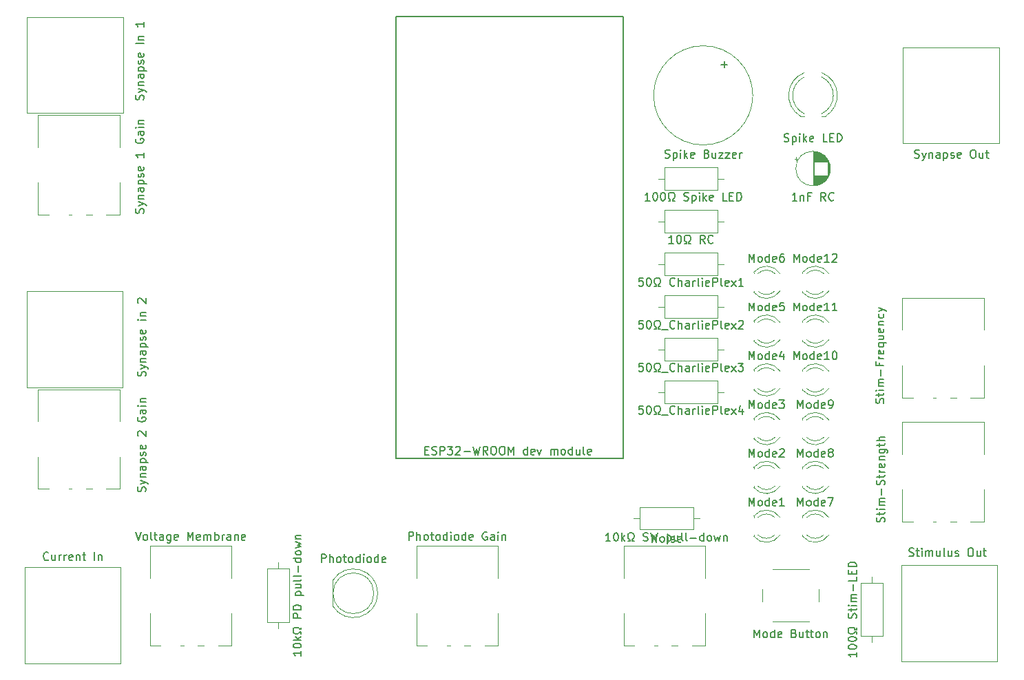
<source format=gbr>
%TF.GenerationSoftware,KiCad,Pcbnew,(6.0.4)*%
%TF.CreationDate,2022-06-01T21:34:53+02:00*%
%TF.ProjectId,Spikeling_ESP32,5370696b-656c-4696-9e67-5f4553503332,rev?*%
%TF.SameCoordinates,Original*%
%TF.FileFunction,Legend,Top*%
%TF.FilePolarity,Positive*%
%FSLAX46Y46*%
G04 Gerber Fmt 4.6, Leading zero omitted, Abs format (unit mm)*
G04 Created by KiCad (PCBNEW (6.0.4)) date 2022-06-01 21:34:53*
%MOMM*%
%LPD*%
G01*
G04 APERTURE LIST*
%ADD10C,0.150000*%
%ADD11C,0.120000*%
%ADD12C,0.127000*%
G04 APERTURE END LIST*
D10*
%TO.C,Spike LED*%
X193452380Y-65654761D02*
X193595238Y-65702380D01*
X193833333Y-65702380D01*
X193928571Y-65654761D01*
X193976190Y-65607142D01*
X194023809Y-65511904D01*
X194023809Y-65416666D01*
X193976190Y-65321428D01*
X193928571Y-65273809D01*
X193833333Y-65226190D01*
X193642857Y-65178571D01*
X193547619Y-65130952D01*
X193500000Y-65083333D01*
X193452380Y-64988095D01*
X193452380Y-64892857D01*
X193500000Y-64797619D01*
X193547619Y-64750000D01*
X193642857Y-64702380D01*
X193880952Y-64702380D01*
X194023809Y-64750000D01*
X194452380Y-65035714D02*
X194452380Y-66035714D01*
X194452380Y-65083333D02*
X194547619Y-65035714D01*
X194738095Y-65035714D01*
X194833333Y-65083333D01*
X194880952Y-65130952D01*
X194928571Y-65226190D01*
X194928571Y-65511904D01*
X194880952Y-65607142D01*
X194833333Y-65654761D01*
X194738095Y-65702380D01*
X194547619Y-65702380D01*
X194452380Y-65654761D01*
X195357142Y-65702380D02*
X195357142Y-65035714D01*
X195357142Y-64702380D02*
X195309523Y-64750000D01*
X195357142Y-64797619D01*
X195404761Y-64750000D01*
X195357142Y-64702380D01*
X195357142Y-64797619D01*
X195833333Y-65702380D02*
X195833333Y-64702380D01*
X195928571Y-65321428D02*
X196214285Y-65702380D01*
X196214285Y-65035714D02*
X195833333Y-65416666D01*
X197023809Y-65654761D02*
X196928571Y-65702380D01*
X196738095Y-65702380D01*
X196642857Y-65654761D01*
X196595238Y-65559523D01*
X196595238Y-65178571D01*
X196642857Y-65083333D01*
X196738095Y-65035714D01*
X196928571Y-65035714D01*
X197023809Y-65083333D01*
X197071428Y-65178571D01*
X197071428Y-65273809D01*
X196595238Y-65369047D01*
X198738095Y-65702380D02*
X198261904Y-65702380D01*
X198261904Y-64702380D01*
X199071428Y-65178571D02*
X199404761Y-65178571D01*
X199547619Y-65702380D02*
X199071428Y-65702380D01*
X199071428Y-64702380D01*
X199547619Y-64702380D01*
X199976190Y-65702380D02*
X199976190Y-64702380D01*
X200214285Y-64702380D01*
X200357142Y-64750000D01*
X200452380Y-64845238D01*
X200500000Y-64940476D01*
X200547619Y-65130952D01*
X200547619Y-65273809D01*
X200500000Y-65464285D01*
X200452380Y-65559523D01*
X200357142Y-65654761D01*
X200214285Y-65702380D01*
X199976190Y-65702380D01*
%TO.C,Mode6*%
X189127142Y-80492380D02*
X189127142Y-79492380D01*
X189460476Y-80206666D01*
X189793809Y-79492380D01*
X189793809Y-80492380D01*
X190412857Y-80492380D02*
X190317619Y-80444761D01*
X190270000Y-80397142D01*
X190222380Y-80301904D01*
X190222380Y-80016190D01*
X190270000Y-79920952D01*
X190317619Y-79873333D01*
X190412857Y-79825714D01*
X190555714Y-79825714D01*
X190650952Y-79873333D01*
X190698571Y-79920952D01*
X190746190Y-80016190D01*
X190746190Y-80301904D01*
X190698571Y-80397142D01*
X190650952Y-80444761D01*
X190555714Y-80492380D01*
X190412857Y-80492380D01*
X191603333Y-80492380D02*
X191603333Y-79492380D01*
X191603333Y-80444761D02*
X191508095Y-80492380D01*
X191317619Y-80492380D01*
X191222380Y-80444761D01*
X191174761Y-80397142D01*
X191127142Y-80301904D01*
X191127142Y-80016190D01*
X191174761Y-79920952D01*
X191222380Y-79873333D01*
X191317619Y-79825714D01*
X191508095Y-79825714D01*
X191603333Y-79873333D01*
X192460476Y-80444761D02*
X192365238Y-80492380D01*
X192174761Y-80492380D01*
X192079523Y-80444761D01*
X192031904Y-80349523D01*
X192031904Y-79968571D01*
X192079523Y-79873333D01*
X192174761Y-79825714D01*
X192365238Y-79825714D01*
X192460476Y-79873333D01*
X192508095Y-79968571D01*
X192508095Y-80063809D01*
X192031904Y-80159047D01*
X193365238Y-79492380D02*
X193174761Y-79492380D01*
X193079523Y-79540000D01*
X193031904Y-79587619D01*
X192936666Y-79730476D01*
X192889047Y-79920952D01*
X192889047Y-80301904D01*
X192936666Y-80397142D01*
X192984285Y-80444761D01*
X193079523Y-80492380D01*
X193270000Y-80492380D01*
X193365238Y-80444761D01*
X193412857Y-80397142D01*
X193460476Y-80301904D01*
X193460476Y-80063809D01*
X193412857Y-79968571D01*
X193365238Y-79920952D01*
X193270000Y-79873333D01*
X193079523Y-79873333D01*
X192984285Y-79920952D01*
X192936666Y-79968571D01*
X192889047Y-80063809D01*
%TO.C,Mode1*%
X189127142Y-110492380D02*
X189127142Y-109492380D01*
X189460476Y-110206666D01*
X189793809Y-109492380D01*
X189793809Y-110492380D01*
X190412857Y-110492380D02*
X190317619Y-110444761D01*
X190270000Y-110397142D01*
X190222380Y-110301904D01*
X190222380Y-110016190D01*
X190270000Y-109920952D01*
X190317619Y-109873333D01*
X190412857Y-109825714D01*
X190555714Y-109825714D01*
X190650952Y-109873333D01*
X190698571Y-109920952D01*
X190746190Y-110016190D01*
X190746190Y-110301904D01*
X190698571Y-110397142D01*
X190650952Y-110444761D01*
X190555714Y-110492380D01*
X190412857Y-110492380D01*
X191603333Y-110492380D02*
X191603333Y-109492380D01*
X191603333Y-110444761D02*
X191508095Y-110492380D01*
X191317619Y-110492380D01*
X191222380Y-110444761D01*
X191174761Y-110397142D01*
X191127142Y-110301904D01*
X191127142Y-110016190D01*
X191174761Y-109920952D01*
X191222380Y-109873333D01*
X191317619Y-109825714D01*
X191508095Y-109825714D01*
X191603333Y-109873333D01*
X192460476Y-110444761D02*
X192365238Y-110492380D01*
X192174761Y-110492380D01*
X192079523Y-110444761D01*
X192031904Y-110349523D01*
X192031904Y-109968571D01*
X192079523Y-109873333D01*
X192174761Y-109825714D01*
X192365238Y-109825714D01*
X192460476Y-109873333D01*
X192508095Y-109968571D01*
X192508095Y-110063809D01*
X192031904Y-110159047D01*
X193460476Y-110492380D02*
X192889047Y-110492380D01*
X193174761Y-110492380D02*
X193174761Y-109492380D01*
X193079523Y-109635238D01*
X192984285Y-109730476D01*
X192889047Y-109778095D01*
%TO.C,10k\u03A9 SW pull-down*%
X172095238Y-114822380D02*
X171523809Y-114822380D01*
X171809523Y-114822380D02*
X171809523Y-113822380D01*
X171714285Y-113965238D01*
X171619047Y-114060476D01*
X171523809Y-114108095D01*
X172714285Y-113822380D02*
X172809523Y-113822380D01*
X172904761Y-113870000D01*
X172952380Y-113917619D01*
X173000000Y-114012857D01*
X173047619Y-114203333D01*
X173047619Y-114441428D01*
X173000000Y-114631904D01*
X172952380Y-114727142D01*
X172904761Y-114774761D01*
X172809523Y-114822380D01*
X172714285Y-114822380D01*
X172619047Y-114774761D01*
X172571428Y-114727142D01*
X172523809Y-114631904D01*
X172476190Y-114441428D01*
X172476190Y-114203333D01*
X172523809Y-114012857D01*
X172571428Y-113917619D01*
X172619047Y-113870000D01*
X172714285Y-113822380D01*
X173476190Y-114822380D02*
X173476190Y-113822380D01*
X173571428Y-114441428D02*
X173857142Y-114822380D01*
X173857142Y-114155714D02*
X173476190Y-114536666D01*
X174238095Y-114822380D02*
X174476190Y-114822380D01*
X174476190Y-114631904D01*
X174380952Y-114584285D01*
X174285714Y-114489047D01*
X174238095Y-114346190D01*
X174238095Y-114108095D01*
X174285714Y-113965238D01*
X174380952Y-113870000D01*
X174523809Y-113822380D01*
X174714285Y-113822380D01*
X174857142Y-113870000D01*
X174952380Y-113965238D01*
X175000000Y-114108095D01*
X175000000Y-114346190D01*
X174952380Y-114489047D01*
X174857142Y-114584285D01*
X174761904Y-114631904D01*
X174761904Y-114822380D01*
X175000000Y-114822380D01*
X176142857Y-114774761D02*
X176285714Y-114822380D01*
X176523809Y-114822380D01*
X176619047Y-114774761D01*
X176666666Y-114727142D01*
X176714285Y-114631904D01*
X176714285Y-114536666D01*
X176666666Y-114441428D01*
X176619047Y-114393809D01*
X176523809Y-114346190D01*
X176333333Y-114298571D01*
X176238095Y-114250952D01*
X176190476Y-114203333D01*
X176142857Y-114108095D01*
X176142857Y-114012857D01*
X176190476Y-113917619D01*
X176238095Y-113870000D01*
X176333333Y-113822380D01*
X176571428Y-113822380D01*
X176714285Y-113870000D01*
X177047619Y-113822380D02*
X177285714Y-114822380D01*
X177476190Y-114108095D01*
X177666666Y-114822380D01*
X177904761Y-113822380D01*
X179047619Y-114155714D02*
X179047619Y-115155714D01*
X179047619Y-114203333D02*
X179142857Y-114155714D01*
X179333333Y-114155714D01*
X179428571Y-114203333D01*
X179476190Y-114250952D01*
X179523809Y-114346190D01*
X179523809Y-114631904D01*
X179476190Y-114727142D01*
X179428571Y-114774761D01*
X179333333Y-114822380D01*
X179142857Y-114822380D01*
X179047619Y-114774761D01*
X180380952Y-114155714D02*
X180380952Y-114822380D01*
X179952380Y-114155714D02*
X179952380Y-114679523D01*
X180000000Y-114774761D01*
X180095238Y-114822380D01*
X180238095Y-114822380D01*
X180333333Y-114774761D01*
X180380952Y-114727142D01*
X181000000Y-114822380D02*
X180904761Y-114774761D01*
X180857142Y-114679523D01*
X180857142Y-113822380D01*
X181523809Y-114822380D02*
X181428571Y-114774761D01*
X181380952Y-114679523D01*
X181380952Y-113822380D01*
X181904761Y-114441428D02*
X182666666Y-114441428D01*
X183571428Y-114822380D02*
X183571428Y-113822380D01*
X183571428Y-114774761D02*
X183476190Y-114822380D01*
X183285714Y-114822380D01*
X183190476Y-114774761D01*
X183142857Y-114727142D01*
X183095238Y-114631904D01*
X183095238Y-114346190D01*
X183142857Y-114250952D01*
X183190476Y-114203333D01*
X183285714Y-114155714D01*
X183476190Y-114155714D01*
X183571428Y-114203333D01*
X184190476Y-114822380D02*
X184095238Y-114774761D01*
X184047619Y-114727142D01*
X184000000Y-114631904D01*
X184000000Y-114346190D01*
X184047619Y-114250952D01*
X184095238Y-114203333D01*
X184190476Y-114155714D01*
X184333333Y-114155714D01*
X184428571Y-114203333D01*
X184476190Y-114250952D01*
X184523809Y-114346190D01*
X184523809Y-114631904D01*
X184476190Y-114727142D01*
X184428571Y-114774761D01*
X184333333Y-114822380D01*
X184190476Y-114822380D01*
X184857142Y-114155714D02*
X185047619Y-114822380D01*
X185238095Y-114346190D01*
X185428571Y-114822380D01*
X185619047Y-114155714D01*
X186000000Y-114155714D02*
X186000000Y-114822380D01*
X186000000Y-114250952D02*
X186047619Y-114203333D01*
X186142857Y-114155714D01*
X186285714Y-114155714D01*
X186380952Y-114203333D01*
X186428571Y-114298571D01*
X186428571Y-114822380D01*
%TO.C,Stim-Strength*%
X205754761Y-112488095D02*
X205802380Y-112345238D01*
X205802380Y-112107142D01*
X205754761Y-112011904D01*
X205707142Y-111964285D01*
X205611904Y-111916666D01*
X205516666Y-111916666D01*
X205421428Y-111964285D01*
X205373809Y-112011904D01*
X205326190Y-112107142D01*
X205278571Y-112297619D01*
X205230952Y-112392857D01*
X205183333Y-112440476D01*
X205088095Y-112488095D01*
X204992857Y-112488095D01*
X204897619Y-112440476D01*
X204850000Y-112392857D01*
X204802380Y-112297619D01*
X204802380Y-112059523D01*
X204850000Y-111916666D01*
X205135714Y-111630952D02*
X205135714Y-111250000D01*
X204802380Y-111488095D02*
X205659523Y-111488095D01*
X205754761Y-111440476D01*
X205802380Y-111345238D01*
X205802380Y-111250000D01*
X205802380Y-110916666D02*
X205135714Y-110916666D01*
X204802380Y-110916666D02*
X204850000Y-110964285D01*
X204897619Y-110916666D01*
X204850000Y-110869047D01*
X204802380Y-110916666D01*
X204897619Y-110916666D01*
X205802380Y-110440476D02*
X205135714Y-110440476D01*
X205230952Y-110440476D02*
X205183333Y-110392857D01*
X205135714Y-110297619D01*
X205135714Y-110154761D01*
X205183333Y-110059523D01*
X205278571Y-110011904D01*
X205802380Y-110011904D01*
X205278571Y-110011904D02*
X205183333Y-109964285D01*
X205135714Y-109869047D01*
X205135714Y-109726190D01*
X205183333Y-109630952D01*
X205278571Y-109583333D01*
X205802380Y-109583333D01*
X205421428Y-109107142D02*
X205421428Y-108345238D01*
X205754761Y-107916666D02*
X205802380Y-107773809D01*
X205802380Y-107535714D01*
X205754761Y-107440476D01*
X205707142Y-107392857D01*
X205611904Y-107345238D01*
X205516666Y-107345238D01*
X205421428Y-107392857D01*
X205373809Y-107440476D01*
X205326190Y-107535714D01*
X205278571Y-107726190D01*
X205230952Y-107821428D01*
X205183333Y-107869047D01*
X205088095Y-107916666D01*
X204992857Y-107916666D01*
X204897619Y-107869047D01*
X204850000Y-107821428D01*
X204802380Y-107726190D01*
X204802380Y-107488095D01*
X204850000Y-107345238D01*
X205135714Y-107059523D02*
X205135714Y-106678571D01*
X204802380Y-106916666D02*
X205659523Y-106916666D01*
X205754761Y-106869047D01*
X205802380Y-106773809D01*
X205802380Y-106678571D01*
X205802380Y-106345238D02*
X205135714Y-106345238D01*
X205326190Y-106345238D02*
X205230952Y-106297619D01*
X205183333Y-106250000D01*
X205135714Y-106154761D01*
X205135714Y-106059523D01*
X205754761Y-105345238D02*
X205802380Y-105440476D01*
X205802380Y-105630952D01*
X205754761Y-105726190D01*
X205659523Y-105773809D01*
X205278571Y-105773809D01*
X205183333Y-105726190D01*
X205135714Y-105630952D01*
X205135714Y-105440476D01*
X205183333Y-105345238D01*
X205278571Y-105297619D01*
X205373809Y-105297619D01*
X205469047Y-105773809D01*
X205135714Y-104869047D02*
X205802380Y-104869047D01*
X205230952Y-104869047D02*
X205183333Y-104821428D01*
X205135714Y-104726190D01*
X205135714Y-104583333D01*
X205183333Y-104488095D01*
X205278571Y-104440476D01*
X205802380Y-104440476D01*
X205135714Y-103535714D02*
X205945238Y-103535714D01*
X206040476Y-103583333D01*
X206088095Y-103630952D01*
X206135714Y-103726190D01*
X206135714Y-103869047D01*
X206088095Y-103964285D01*
X205754761Y-103535714D02*
X205802380Y-103630952D01*
X205802380Y-103821428D01*
X205754761Y-103916666D01*
X205707142Y-103964285D01*
X205611904Y-104011904D01*
X205326190Y-104011904D01*
X205230952Y-103964285D01*
X205183333Y-103916666D01*
X205135714Y-103821428D01*
X205135714Y-103630952D01*
X205183333Y-103535714D01*
X205135714Y-103202380D02*
X205135714Y-102821428D01*
X204802380Y-103059523D02*
X205659523Y-103059523D01*
X205754761Y-103011904D01*
X205802380Y-102916666D01*
X205802380Y-102821428D01*
X205802380Y-102488095D02*
X204802380Y-102488095D01*
X205802380Y-102059523D02*
X205278571Y-102059523D01*
X205183333Y-102107142D01*
X205135714Y-102202380D01*
X205135714Y-102345238D01*
X205183333Y-102440476D01*
X205230952Y-102488095D01*
%TO.C,Noise*%
X177190476Y-114952380D02*
X177190476Y-113952380D01*
X177761904Y-114952380D01*
X177761904Y-113952380D01*
X178380952Y-114952380D02*
X178285714Y-114904761D01*
X178238095Y-114857142D01*
X178190476Y-114761904D01*
X178190476Y-114476190D01*
X178238095Y-114380952D01*
X178285714Y-114333333D01*
X178380952Y-114285714D01*
X178523809Y-114285714D01*
X178619047Y-114333333D01*
X178666666Y-114380952D01*
X178714285Y-114476190D01*
X178714285Y-114761904D01*
X178666666Y-114857142D01*
X178619047Y-114904761D01*
X178523809Y-114952380D01*
X178380952Y-114952380D01*
X179142857Y-114952380D02*
X179142857Y-114285714D01*
X179142857Y-113952380D02*
X179095238Y-114000000D01*
X179142857Y-114047619D01*
X179190476Y-114000000D01*
X179142857Y-113952380D01*
X179142857Y-114047619D01*
X179571428Y-114904761D02*
X179666666Y-114952380D01*
X179857142Y-114952380D01*
X179952380Y-114904761D01*
X180000000Y-114809523D01*
X180000000Y-114761904D01*
X179952380Y-114666666D01*
X179857142Y-114619047D01*
X179714285Y-114619047D01*
X179619047Y-114571428D01*
X179571428Y-114476190D01*
X179571428Y-114428571D01*
X179619047Y-114333333D01*
X179714285Y-114285714D01*
X179857142Y-114285714D01*
X179952380Y-114333333D01*
X180809523Y-114904761D02*
X180714285Y-114952380D01*
X180523809Y-114952380D01*
X180428571Y-114904761D01*
X180380952Y-114809523D01*
X180380952Y-114428571D01*
X180428571Y-114333333D01*
X180523809Y-114285714D01*
X180714285Y-114285714D01*
X180809523Y-114333333D01*
X180857142Y-114428571D01*
X180857142Y-114523809D01*
X180380952Y-114619047D01*
%TO.C,Synapse In 1*%
X114654761Y-60535714D02*
X114702380Y-60392857D01*
X114702380Y-60154761D01*
X114654761Y-60059523D01*
X114607142Y-60011904D01*
X114511904Y-59964285D01*
X114416666Y-59964285D01*
X114321428Y-60011904D01*
X114273809Y-60059523D01*
X114226190Y-60154761D01*
X114178571Y-60345238D01*
X114130952Y-60440476D01*
X114083333Y-60488095D01*
X113988095Y-60535714D01*
X113892857Y-60535714D01*
X113797619Y-60488095D01*
X113750000Y-60440476D01*
X113702380Y-60345238D01*
X113702380Y-60107142D01*
X113750000Y-59964285D01*
X114035714Y-59630952D02*
X114702380Y-59392857D01*
X114035714Y-59154761D02*
X114702380Y-59392857D01*
X114940476Y-59488095D01*
X114988095Y-59535714D01*
X115035714Y-59630952D01*
X114035714Y-58773809D02*
X114702380Y-58773809D01*
X114130952Y-58773809D02*
X114083333Y-58726190D01*
X114035714Y-58630952D01*
X114035714Y-58488095D01*
X114083333Y-58392857D01*
X114178571Y-58345238D01*
X114702380Y-58345238D01*
X114702380Y-57440476D02*
X114178571Y-57440476D01*
X114083333Y-57488095D01*
X114035714Y-57583333D01*
X114035714Y-57773809D01*
X114083333Y-57869047D01*
X114654761Y-57440476D02*
X114702380Y-57535714D01*
X114702380Y-57773809D01*
X114654761Y-57869047D01*
X114559523Y-57916666D01*
X114464285Y-57916666D01*
X114369047Y-57869047D01*
X114321428Y-57773809D01*
X114321428Y-57535714D01*
X114273809Y-57440476D01*
X114035714Y-56964285D02*
X115035714Y-56964285D01*
X114083333Y-56964285D02*
X114035714Y-56869047D01*
X114035714Y-56678571D01*
X114083333Y-56583333D01*
X114130952Y-56535714D01*
X114226190Y-56488095D01*
X114511904Y-56488095D01*
X114607142Y-56535714D01*
X114654761Y-56583333D01*
X114702380Y-56678571D01*
X114702380Y-56869047D01*
X114654761Y-56964285D01*
X114654761Y-56107142D02*
X114702380Y-56011904D01*
X114702380Y-55821428D01*
X114654761Y-55726190D01*
X114559523Y-55678571D01*
X114511904Y-55678571D01*
X114416666Y-55726190D01*
X114369047Y-55821428D01*
X114369047Y-55964285D01*
X114321428Y-56059523D01*
X114226190Y-56107142D01*
X114178571Y-56107142D01*
X114083333Y-56059523D01*
X114035714Y-55964285D01*
X114035714Y-55821428D01*
X114083333Y-55726190D01*
X114654761Y-54869047D02*
X114702380Y-54964285D01*
X114702380Y-55154761D01*
X114654761Y-55250000D01*
X114559523Y-55297619D01*
X114178571Y-55297619D01*
X114083333Y-55250000D01*
X114035714Y-55154761D01*
X114035714Y-54964285D01*
X114083333Y-54869047D01*
X114178571Y-54821428D01*
X114273809Y-54821428D01*
X114369047Y-55297619D01*
X114702380Y-53630952D02*
X113702380Y-53630952D01*
X114035714Y-53154761D02*
X114702380Y-53154761D01*
X114130952Y-53154761D02*
X114083333Y-53107142D01*
X114035714Y-53011904D01*
X114035714Y-52869047D01*
X114083333Y-52773809D01*
X114178571Y-52726190D01*
X114702380Y-52726190D01*
X114702380Y-50964285D02*
X114702380Y-51535714D01*
X114702380Y-51250000D02*
X113702380Y-51250000D01*
X113845238Y-51345238D01*
X113940476Y-51440476D01*
X113988095Y-51535714D01*
%TO.C,Synapse Out*%
X209500000Y-67654761D02*
X209642857Y-67702380D01*
X209880952Y-67702380D01*
X209976190Y-67654761D01*
X210023809Y-67607142D01*
X210071428Y-67511904D01*
X210071428Y-67416666D01*
X210023809Y-67321428D01*
X209976190Y-67273809D01*
X209880952Y-67226190D01*
X209690476Y-67178571D01*
X209595238Y-67130952D01*
X209547619Y-67083333D01*
X209500000Y-66988095D01*
X209500000Y-66892857D01*
X209547619Y-66797619D01*
X209595238Y-66750000D01*
X209690476Y-66702380D01*
X209928571Y-66702380D01*
X210071428Y-66750000D01*
X210404761Y-67035714D02*
X210642857Y-67702380D01*
X210880952Y-67035714D02*
X210642857Y-67702380D01*
X210547619Y-67940476D01*
X210500000Y-67988095D01*
X210404761Y-68035714D01*
X211261904Y-67035714D02*
X211261904Y-67702380D01*
X211261904Y-67130952D02*
X211309523Y-67083333D01*
X211404761Y-67035714D01*
X211547619Y-67035714D01*
X211642857Y-67083333D01*
X211690476Y-67178571D01*
X211690476Y-67702380D01*
X212595238Y-67702380D02*
X212595238Y-67178571D01*
X212547619Y-67083333D01*
X212452380Y-67035714D01*
X212261904Y-67035714D01*
X212166666Y-67083333D01*
X212595238Y-67654761D02*
X212500000Y-67702380D01*
X212261904Y-67702380D01*
X212166666Y-67654761D01*
X212119047Y-67559523D01*
X212119047Y-67464285D01*
X212166666Y-67369047D01*
X212261904Y-67321428D01*
X212500000Y-67321428D01*
X212595238Y-67273809D01*
X213071428Y-67035714D02*
X213071428Y-68035714D01*
X213071428Y-67083333D02*
X213166666Y-67035714D01*
X213357142Y-67035714D01*
X213452380Y-67083333D01*
X213500000Y-67130952D01*
X213547619Y-67226190D01*
X213547619Y-67511904D01*
X213500000Y-67607142D01*
X213452380Y-67654761D01*
X213357142Y-67702380D01*
X213166666Y-67702380D01*
X213071428Y-67654761D01*
X213928571Y-67654761D02*
X214023809Y-67702380D01*
X214214285Y-67702380D01*
X214309523Y-67654761D01*
X214357142Y-67559523D01*
X214357142Y-67511904D01*
X214309523Y-67416666D01*
X214214285Y-67369047D01*
X214071428Y-67369047D01*
X213976190Y-67321428D01*
X213928571Y-67226190D01*
X213928571Y-67178571D01*
X213976190Y-67083333D01*
X214071428Y-67035714D01*
X214214285Y-67035714D01*
X214309523Y-67083333D01*
X215166666Y-67654761D02*
X215071428Y-67702380D01*
X214880952Y-67702380D01*
X214785714Y-67654761D01*
X214738095Y-67559523D01*
X214738095Y-67178571D01*
X214785714Y-67083333D01*
X214880952Y-67035714D01*
X215071428Y-67035714D01*
X215166666Y-67083333D01*
X215214285Y-67178571D01*
X215214285Y-67273809D01*
X214738095Y-67369047D01*
X216595238Y-66702380D02*
X216785714Y-66702380D01*
X216880952Y-66750000D01*
X216976190Y-66845238D01*
X217023809Y-67035714D01*
X217023809Y-67369047D01*
X216976190Y-67559523D01*
X216880952Y-67654761D01*
X216785714Y-67702380D01*
X216595238Y-67702380D01*
X216500000Y-67654761D01*
X216404761Y-67559523D01*
X216357142Y-67369047D01*
X216357142Y-67035714D01*
X216404761Y-66845238D01*
X216500000Y-66750000D01*
X216595238Y-66702380D01*
X217880952Y-67035714D02*
X217880952Y-67702380D01*
X217452380Y-67035714D02*
X217452380Y-67559523D01*
X217500000Y-67654761D01*
X217595238Y-67702380D01*
X217738095Y-67702380D01*
X217833333Y-67654761D01*
X217880952Y-67607142D01*
X218214285Y-67035714D02*
X218595238Y-67035714D01*
X218357142Y-66702380D02*
X218357142Y-67559523D01*
X218404761Y-67654761D01*
X218500000Y-67702380D01*
X218595238Y-67702380D01*
%TO.C,Synapse 1 Gain*%
X114654761Y-74488095D02*
X114702380Y-74345238D01*
X114702380Y-74107142D01*
X114654761Y-74011904D01*
X114607142Y-73964285D01*
X114511904Y-73916666D01*
X114416666Y-73916666D01*
X114321428Y-73964285D01*
X114273809Y-74011904D01*
X114226190Y-74107142D01*
X114178571Y-74297619D01*
X114130952Y-74392857D01*
X114083333Y-74440476D01*
X113988095Y-74488095D01*
X113892857Y-74488095D01*
X113797619Y-74440476D01*
X113750000Y-74392857D01*
X113702380Y-74297619D01*
X113702380Y-74059523D01*
X113750000Y-73916666D01*
X114035714Y-73583333D02*
X114702380Y-73345238D01*
X114035714Y-73107142D02*
X114702380Y-73345238D01*
X114940476Y-73440476D01*
X114988095Y-73488095D01*
X115035714Y-73583333D01*
X114035714Y-72726190D02*
X114702380Y-72726190D01*
X114130952Y-72726190D02*
X114083333Y-72678571D01*
X114035714Y-72583333D01*
X114035714Y-72440476D01*
X114083333Y-72345238D01*
X114178571Y-72297619D01*
X114702380Y-72297619D01*
X114702380Y-71392857D02*
X114178571Y-71392857D01*
X114083333Y-71440476D01*
X114035714Y-71535714D01*
X114035714Y-71726190D01*
X114083333Y-71821428D01*
X114654761Y-71392857D02*
X114702380Y-71488095D01*
X114702380Y-71726190D01*
X114654761Y-71821428D01*
X114559523Y-71869047D01*
X114464285Y-71869047D01*
X114369047Y-71821428D01*
X114321428Y-71726190D01*
X114321428Y-71488095D01*
X114273809Y-71392857D01*
X114035714Y-70916666D02*
X115035714Y-70916666D01*
X114083333Y-70916666D02*
X114035714Y-70821428D01*
X114035714Y-70630952D01*
X114083333Y-70535714D01*
X114130952Y-70488095D01*
X114226190Y-70440476D01*
X114511904Y-70440476D01*
X114607142Y-70488095D01*
X114654761Y-70535714D01*
X114702380Y-70630952D01*
X114702380Y-70821428D01*
X114654761Y-70916666D01*
X114654761Y-70059523D02*
X114702380Y-69964285D01*
X114702380Y-69773809D01*
X114654761Y-69678571D01*
X114559523Y-69630952D01*
X114511904Y-69630952D01*
X114416666Y-69678571D01*
X114369047Y-69773809D01*
X114369047Y-69916666D01*
X114321428Y-70011904D01*
X114226190Y-70059523D01*
X114178571Y-70059523D01*
X114083333Y-70011904D01*
X114035714Y-69916666D01*
X114035714Y-69773809D01*
X114083333Y-69678571D01*
X114654761Y-68821428D02*
X114702380Y-68916666D01*
X114702380Y-69107142D01*
X114654761Y-69202380D01*
X114559523Y-69250000D01*
X114178571Y-69250000D01*
X114083333Y-69202380D01*
X114035714Y-69107142D01*
X114035714Y-68916666D01*
X114083333Y-68821428D01*
X114178571Y-68773809D01*
X114273809Y-68773809D01*
X114369047Y-69250000D01*
X114702380Y-67059523D02*
X114702380Y-67630952D01*
X114702380Y-67345238D02*
X113702380Y-67345238D01*
X113845238Y-67440476D01*
X113940476Y-67535714D01*
X113988095Y-67630952D01*
X113750000Y-65345238D02*
X113702380Y-65440476D01*
X113702380Y-65583333D01*
X113750000Y-65726190D01*
X113845238Y-65821428D01*
X113940476Y-65869047D01*
X114130952Y-65916666D01*
X114273809Y-65916666D01*
X114464285Y-65869047D01*
X114559523Y-65821428D01*
X114654761Y-65726190D01*
X114702380Y-65583333D01*
X114702380Y-65488095D01*
X114654761Y-65345238D01*
X114607142Y-65297619D01*
X114273809Y-65297619D01*
X114273809Y-65488095D01*
X114702380Y-64440476D02*
X114178571Y-64440476D01*
X114083333Y-64488095D01*
X114035714Y-64583333D01*
X114035714Y-64773809D01*
X114083333Y-64869047D01*
X114654761Y-64440476D02*
X114702380Y-64535714D01*
X114702380Y-64773809D01*
X114654761Y-64869047D01*
X114559523Y-64916666D01*
X114464285Y-64916666D01*
X114369047Y-64869047D01*
X114321428Y-64773809D01*
X114321428Y-64535714D01*
X114273809Y-64440476D01*
X114702380Y-63964285D02*
X114035714Y-63964285D01*
X113702380Y-63964285D02*
X113750000Y-64011904D01*
X113797619Y-63964285D01*
X113750000Y-63916666D01*
X113702380Y-63964285D01*
X113797619Y-63964285D01*
X114035714Y-63488095D02*
X114702380Y-63488095D01*
X114130952Y-63488095D02*
X114083333Y-63440476D01*
X114035714Y-63345238D01*
X114035714Y-63202380D01*
X114083333Y-63107142D01*
X114178571Y-63059523D01*
X114702380Y-63059523D01*
%TO.C,Mode3*%
X189127142Y-98492380D02*
X189127142Y-97492380D01*
X189460476Y-98206666D01*
X189793809Y-97492380D01*
X189793809Y-98492380D01*
X190412857Y-98492380D02*
X190317619Y-98444761D01*
X190270000Y-98397142D01*
X190222380Y-98301904D01*
X190222380Y-98016190D01*
X190270000Y-97920952D01*
X190317619Y-97873333D01*
X190412857Y-97825714D01*
X190555714Y-97825714D01*
X190650952Y-97873333D01*
X190698571Y-97920952D01*
X190746190Y-98016190D01*
X190746190Y-98301904D01*
X190698571Y-98397142D01*
X190650952Y-98444761D01*
X190555714Y-98492380D01*
X190412857Y-98492380D01*
X191603333Y-98492380D02*
X191603333Y-97492380D01*
X191603333Y-98444761D02*
X191508095Y-98492380D01*
X191317619Y-98492380D01*
X191222380Y-98444761D01*
X191174761Y-98397142D01*
X191127142Y-98301904D01*
X191127142Y-98016190D01*
X191174761Y-97920952D01*
X191222380Y-97873333D01*
X191317619Y-97825714D01*
X191508095Y-97825714D01*
X191603333Y-97873333D01*
X192460476Y-98444761D02*
X192365238Y-98492380D01*
X192174761Y-98492380D01*
X192079523Y-98444761D01*
X192031904Y-98349523D01*
X192031904Y-97968571D01*
X192079523Y-97873333D01*
X192174761Y-97825714D01*
X192365238Y-97825714D01*
X192460476Y-97873333D01*
X192508095Y-97968571D01*
X192508095Y-98063809D01*
X192031904Y-98159047D01*
X192841428Y-97492380D02*
X193460476Y-97492380D01*
X193127142Y-97873333D01*
X193270000Y-97873333D01*
X193365238Y-97920952D01*
X193412857Y-97968571D01*
X193460476Y-98063809D01*
X193460476Y-98301904D01*
X193412857Y-98397142D01*
X193365238Y-98444761D01*
X193270000Y-98492380D01*
X192984285Y-98492380D01*
X192889047Y-98444761D01*
X192841428Y-98397142D01*
%TO.C,Voltage Membrane*%
X113690476Y-113702380D02*
X114023809Y-114702380D01*
X114357142Y-113702380D01*
X114833333Y-114702380D02*
X114738095Y-114654761D01*
X114690476Y-114607142D01*
X114642857Y-114511904D01*
X114642857Y-114226190D01*
X114690476Y-114130952D01*
X114738095Y-114083333D01*
X114833333Y-114035714D01*
X114976190Y-114035714D01*
X115071428Y-114083333D01*
X115119047Y-114130952D01*
X115166666Y-114226190D01*
X115166666Y-114511904D01*
X115119047Y-114607142D01*
X115071428Y-114654761D01*
X114976190Y-114702380D01*
X114833333Y-114702380D01*
X115738095Y-114702380D02*
X115642857Y-114654761D01*
X115595238Y-114559523D01*
X115595238Y-113702380D01*
X115976190Y-114035714D02*
X116357142Y-114035714D01*
X116119047Y-113702380D02*
X116119047Y-114559523D01*
X116166666Y-114654761D01*
X116261904Y-114702380D01*
X116357142Y-114702380D01*
X117119047Y-114702380D02*
X117119047Y-114178571D01*
X117071428Y-114083333D01*
X116976190Y-114035714D01*
X116785714Y-114035714D01*
X116690476Y-114083333D01*
X117119047Y-114654761D02*
X117023809Y-114702380D01*
X116785714Y-114702380D01*
X116690476Y-114654761D01*
X116642857Y-114559523D01*
X116642857Y-114464285D01*
X116690476Y-114369047D01*
X116785714Y-114321428D01*
X117023809Y-114321428D01*
X117119047Y-114273809D01*
X118023809Y-114035714D02*
X118023809Y-114845238D01*
X117976190Y-114940476D01*
X117928571Y-114988095D01*
X117833333Y-115035714D01*
X117690476Y-115035714D01*
X117595238Y-114988095D01*
X118023809Y-114654761D02*
X117928571Y-114702380D01*
X117738095Y-114702380D01*
X117642857Y-114654761D01*
X117595238Y-114607142D01*
X117547619Y-114511904D01*
X117547619Y-114226190D01*
X117595238Y-114130952D01*
X117642857Y-114083333D01*
X117738095Y-114035714D01*
X117928571Y-114035714D01*
X118023809Y-114083333D01*
X118880952Y-114654761D02*
X118785714Y-114702380D01*
X118595238Y-114702380D01*
X118500000Y-114654761D01*
X118452380Y-114559523D01*
X118452380Y-114178571D01*
X118500000Y-114083333D01*
X118595238Y-114035714D01*
X118785714Y-114035714D01*
X118880952Y-114083333D01*
X118928571Y-114178571D01*
X118928571Y-114273809D01*
X118452380Y-114369047D01*
X120119047Y-114702380D02*
X120119047Y-113702380D01*
X120452380Y-114416666D01*
X120785714Y-113702380D01*
X120785714Y-114702380D01*
X121642857Y-114654761D02*
X121547619Y-114702380D01*
X121357142Y-114702380D01*
X121261904Y-114654761D01*
X121214285Y-114559523D01*
X121214285Y-114178571D01*
X121261904Y-114083333D01*
X121357142Y-114035714D01*
X121547619Y-114035714D01*
X121642857Y-114083333D01*
X121690476Y-114178571D01*
X121690476Y-114273809D01*
X121214285Y-114369047D01*
X122119047Y-114702380D02*
X122119047Y-114035714D01*
X122119047Y-114130952D02*
X122166666Y-114083333D01*
X122261904Y-114035714D01*
X122404761Y-114035714D01*
X122500000Y-114083333D01*
X122547619Y-114178571D01*
X122547619Y-114702380D01*
X122547619Y-114178571D02*
X122595238Y-114083333D01*
X122690476Y-114035714D01*
X122833333Y-114035714D01*
X122928571Y-114083333D01*
X122976190Y-114178571D01*
X122976190Y-114702380D01*
X123452380Y-114702380D02*
X123452380Y-113702380D01*
X123452380Y-114083333D02*
X123547619Y-114035714D01*
X123738095Y-114035714D01*
X123833333Y-114083333D01*
X123880952Y-114130952D01*
X123928571Y-114226190D01*
X123928571Y-114511904D01*
X123880952Y-114607142D01*
X123833333Y-114654761D01*
X123738095Y-114702380D01*
X123547619Y-114702380D01*
X123452380Y-114654761D01*
X124357142Y-114702380D02*
X124357142Y-114035714D01*
X124357142Y-114226190D02*
X124404761Y-114130952D01*
X124452380Y-114083333D01*
X124547619Y-114035714D01*
X124642857Y-114035714D01*
X125404761Y-114702380D02*
X125404761Y-114178571D01*
X125357142Y-114083333D01*
X125261904Y-114035714D01*
X125071428Y-114035714D01*
X124976190Y-114083333D01*
X125404761Y-114654761D02*
X125309523Y-114702380D01*
X125071428Y-114702380D01*
X124976190Y-114654761D01*
X124928571Y-114559523D01*
X124928571Y-114464285D01*
X124976190Y-114369047D01*
X125071428Y-114321428D01*
X125309523Y-114321428D01*
X125404761Y-114273809D01*
X125880952Y-114035714D02*
X125880952Y-114702380D01*
X125880952Y-114130952D02*
X125928571Y-114083333D01*
X126023809Y-114035714D01*
X126166666Y-114035714D01*
X126261904Y-114083333D01*
X126309523Y-114178571D01*
X126309523Y-114702380D01*
X127166666Y-114654761D02*
X127071428Y-114702380D01*
X126880952Y-114702380D01*
X126785714Y-114654761D01*
X126738095Y-114559523D01*
X126738095Y-114178571D01*
X126785714Y-114083333D01*
X126880952Y-114035714D01*
X127071428Y-114035714D01*
X127166666Y-114083333D01*
X127214285Y-114178571D01*
X127214285Y-114273809D01*
X126738095Y-114369047D01*
%TO.C,100\u03A9 Stim-LED*%
X202332380Y-128511904D02*
X202332380Y-129083333D01*
X202332380Y-128797619D02*
X201332380Y-128797619D01*
X201475238Y-128892857D01*
X201570476Y-128988095D01*
X201618095Y-129083333D01*
X201332380Y-127892857D02*
X201332380Y-127797619D01*
X201380000Y-127702380D01*
X201427619Y-127654761D01*
X201522857Y-127607142D01*
X201713333Y-127559523D01*
X201951428Y-127559523D01*
X202141904Y-127607142D01*
X202237142Y-127654761D01*
X202284761Y-127702380D01*
X202332380Y-127797619D01*
X202332380Y-127892857D01*
X202284761Y-127988095D01*
X202237142Y-128035714D01*
X202141904Y-128083333D01*
X201951428Y-128130952D01*
X201713333Y-128130952D01*
X201522857Y-128083333D01*
X201427619Y-128035714D01*
X201380000Y-127988095D01*
X201332380Y-127892857D01*
X201332380Y-126940476D02*
X201332380Y-126845238D01*
X201380000Y-126750000D01*
X201427619Y-126702380D01*
X201522857Y-126654761D01*
X201713333Y-126607142D01*
X201951428Y-126607142D01*
X202141904Y-126654761D01*
X202237142Y-126702380D01*
X202284761Y-126750000D01*
X202332380Y-126845238D01*
X202332380Y-126940476D01*
X202284761Y-127035714D01*
X202237142Y-127083333D01*
X202141904Y-127130952D01*
X201951428Y-127178571D01*
X201713333Y-127178571D01*
X201522857Y-127130952D01*
X201427619Y-127083333D01*
X201380000Y-127035714D01*
X201332380Y-126940476D01*
X202332380Y-126226190D02*
X202332380Y-125988095D01*
X202141904Y-125988095D01*
X202094285Y-126083333D01*
X201999047Y-126178571D01*
X201856190Y-126226190D01*
X201618095Y-126226190D01*
X201475238Y-126178571D01*
X201380000Y-126083333D01*
X201332380Y-125940476D01*
X201332380Y-125750000D01*
X201380000Y-125607142D01*
X201475238Y-125511904D01*
X201618095Y-125464285D01*
X201856190Y-125464285D01*
X201999047Y-125511904D01*
X202094285Y-125607142D01*
X202141904Y-125702380D01*
X202332380Y-125702380D01*
X202332380Y-125464285D01*
X202284761Y-124321428D02*
X202332380Y-124178571D01*
X202332380Y-123940476D01*
X202284761Y-123845238D01*
X202237142Y-123797619D01*
X202141904Y-123750000D01*
X202046666Y-123750000D01*
X201951428Y-123797619D01*
X201903809Y-123845238D01*
X201856190Y-123940476D01*
X201808571Y-124130952D01*
X201760952Y-124226190D01*
X201713333Y-124273809D01*
X201618095Y-124321428D01*
X201522857Y-124321428D01*
X201427619Y-124273809D01*
X201380000Y-124226190D01*
X201332380Y-124130952D01*
X201332380Y-123892857D01*
X201380000Y-123750000D01*
X201665714Y-123464285D02*
X201665714Y-123083333D01*
X201332380Y-123321428D02*
X202189523Y-123321428D01*
X202284761Y-123273809D01*
X202332380Y-123178571D01*
X202332380Y-123083333D01*
X202332380Y-122750000D02*
X201665714Y-122750000D01*
X201332380Y-122750000D02*
X201380000Y-122797619D01*
X201427619Y-122750000D01*
X201380000Y-122702380D01*
X201332380Y-122750000D01*
X201427619Y-122750000D01*
X202332380Y-122273809D02*
X201665714Y-122273809D01*
X201760952Y-122273809D02*
X201713333Y-122226190D01*
X201665714Y-122130952D01*
X201665714Y-121988095D01*
X201713333Y-121892857D01*
X201808571Y-121845238D01*
X202332380Y-121845238D01*
X201808571Y-121845238D02*
X201713333Y-121797619D01*
X201665714Y-121702380D01*
X201665714Y-121559523D01*
X201713333Y-121464285D01*
X201808571Y-121416666D01*
X202332380Y-121416666D01*
X201951428Y-120940476D02*
X201951428Y-120178571D01*
X202332380Y-119226190D02*
X202332380Y-119702380D01*
X201332380Y-119702380D01*
X201808571Y-118892857D02*
X201808571Y-118559523D01*
X202332380Y-118416666D02*
X202332380Y-118892857D01*
X201332380Y-118892857D01*
X201332380Y-118416666D01*
X202332380Y-117988095D02*
X201332380Y-117988095D01*
X201332380Y-117750000D01*
X201380000Y-117607142D01*
X201475238Y-117511904D01*
X201570476Y-117464285D01*
X201760952Y-117416666D01*
X201903809Y-117416666D01*
X202094285Y-117464285D01*
X202189523Y-117511904D01*
X202284761Y-117607142D01*
X202332380Y-117750000D01*
X202332380Y-117988095D01*
%TO.C,Stimulus Out*%
X208809523Y-116654761D02*
X208952380Y-116702380D01*
X209190476Y-116702380D01*
X209285714Y-116654761D01*
X209333333Y-116607142D01*
X209380952Y-116511904D01*
X209380952Y-116416666D01*
X209333333Y-116321428D01*
X209285714Y-116273809D01*
X209190476Y-116226190D01*
X209000000Y-116178571D01*
X208904761Y-116130952D01*
X208857142Y-116083333D01*
X208809523Y-115988095D01*
X208809523Y-115892857D01*
X208857142Y-115797619D01*
X208904761Y-115750000D01*
X209000000Y-115702380D01*
X209238095Y-115702380D01*
X209380952Y-115750000D01*
X209666666Y-116035714D02*
X210047619Y-116035714D01*
X209809523Y-115702380D02*
X209809523Y-116559523D01*
X209857142Y-116654761D01*
X209952380Y-116702380D01*
X210047619Y-116702380D01*
X210380952Y-116702380D02*
X210380952Y-116035714D01*
X210380952Y-115702380D02*
X210333333Y-115750000D01*
X210380952Y-115797619D01*
X210428571Y-115750000D01*
X210380952Y-115702380D01*
X210380952Y-115797619D01*
X210857142Y-116702380D02*
X210857142Y-116035714D01*
X210857142Y-116130952D02*
X210904761Y-116083333D01*
X211000000Y-116035714D01*
X211142857Y-116035714D01*
X211238095Y-116083333D01*
X211285714Y-116178571D01*
X211285714Y-116702380D01*
X211285714Y-116178571D02*
X211333333Y-116083333D01*
X211428571Y-116035714D01*
X211571428Y-116035714D01*
X211666666Y-116083333D01*
X211714285Y-116178571D01*
X211714285Y-116702380D01*
X212619047Y-116035714D02*
X212619047Y-116702380D01*
X212190476Y-116035714D02*
X212190476Y-116559523D01*
X212238095Y-116654761D01*
X212333333Y-116702380D01*
X212476190Y-116702380D01*
X212571428Y-116654761D01*
X212619047Y-116607142D01*
X213238095Y-116702380D02*
X213142857Y-116654761D01*
X213095238Y-116559523D01*
X213095238Y-115702380D01*
X214047619Y-116035714D02*
X214047619Y-116702380D01*
X213619047Y-116035714D02*
X213619047Y-116559523D01*
X213666666Y-116654761D01*
X213761904Y-116702380D01*
X213904761Y-116702380D01*
X214000000Y-116654761D01*
X214047619Y-116607142D01*
X214476190Y-116654761D02*
X214571428Y-116702380D01*
X214761904Y-116702380D01*
X214857142Y-116654761D01*
X214904761Y-116559523D01*
X214904761Y-116511904D01*
X214857142Y-116416666D01*
X214761904Y-116369047D01*
X214619047Y-116369047D01*
X214523809Y-116321428D01*
X214476190Y-116226190D01*
X214476190Y-116178571D01*
X214523809Y-116083333D01*
X214619047Y-116035714D01*
X214761904Y-116035714D01*
X214857142Y-116083333D01*
X216285714Y-115702380D02*
X216476190Y-115702380D01*
X216571428Y-115750000D01*
X216666666Y-115845238D01*
X216714285Y-116035714D01*
X216714285Y-116369047D01*
X216666666Y-116559523D01*
X216571428Y-116654761D01*
X216476190Y-116702380D01*
X216285714Y-116702380D01*
X216190476Y-116654761D01*
X216095238Y-116559523D01*
X216047619Y-116369047D01*
X216047619Y-116035714D01*
X216095238Y-115845238D01*
X216190476Y-115750000D01*
X216285714Y-115702380D01*
X217571428Y-116035714D02*
X217571428Y-116702380D01*
X217142857Y-116035714D02*
X217142857Y-116559523D01*
X217190476Y-116654761D01*
X217285714Y-116702380D01*
X217428571Y-116702380D01*
X217523809Y-116654761D01*
X217571428Y-116607142D01*
X217904761Y-116035714D02*
X218285714Y-116035714D01*
X218047619Y-115702380D02*
X218047619Y-116559523D01*
X218095238Y-116654761D01*
X218190476Y-116702380D01*
X218285714Y-116702380D01*
%TO.C,Mode10*%
X194650952Y-92492380D02*
X194650952Y-91492380D01*
X194984285Y-92206666D01*
X195317619Y-91492380D01*
X195317619Y-92492380D01*
X195936666Y-92492380D02*
X195841428Y-92444761D01*
X195793809Y-92397142D01*
X195746190Y-92301904D01*
X195746190Y-92016190D01*
X195793809Y-91920952D01*
X195841428Y-91873333D01*
X195936666Y-91825714D01*
X196079523Y-91825714D01*
X196174761Y-91873333D01*
X196222380Y-91920952D01*
X196270000Y-92016190D01*
X196270000Y-92301904D01*
X196222380Y-92397142D01*
X196174761Y-92444761D01*
X196079523Y-92492380D01*
X195936666Y-92492380D01*
X197127142Y-92492380D02*
X197127142Y-91492380D01*
X197127142Y-92444761D02*
X197031904Y-92492380D01*
X196841428Y-92492380D01*
X196746190Y-92444761D01*
X196698571Y-92397142D01*
X196650952Y-92301904D01*
X196650952Y-92016190D01*
X196698571Y-91920952D01*
X196746190Y-91873333D01*
X196841428Y-91825714D01*
X197031904Y-91825714D01*
X197127142Y-91873333D01*
X197984285Y-92444761D02*
X197889047Y-92492380D01*
X197698571Y-92492380D01*
X197603333Y-92444761D01*
X197555714Y-92349523D01*
X197555714Y-91968571D01*
X197603333Y-91873333D01*
X197698571Y-91825714D01*
X197889047Y-91825714D01*
X197984285Y-91873333D01*
X198031904Y-91968571D01*
X198031904Y-92063809D01*
X197555714Y-92159047D01*
X198984285Y-92492380D02*
X198412857Y-92492380D01*
X198698571Y-92492380D02*
X198698571Y-91492380D01*
X198603333Y-91635238D01*
X198508095Y-91730476D01*
X198412857Y-91778095D01*
X199603333Y-91492380D02*
X199698571Y-91492380D01*
X199793809Y-91540000D01*
X199841428Y-91587619D01*
X199889047Y-91682857D01*
X199936666Y-91873333D01*
X199936666Y-92111428D01*
X199889047Y-92301904D01*
X199841428Y-92397142D01*
X199793809Y-92444761D01*
X199698571Y-92492380D01*
X199603333Y-92492380D01*
X199508095Y-92444761D01*
X199460476Y-92397142D01*
X199412857Y-92301904D01*
X199365238Y-92111428D01*
X199365238Y-91873333D01*
X199412857Y-91682857D01*
X199460476Y-91587619D01*
X199508095Y-91540000D01*
X199603333Y-91492380D01*
%TO.C,Mode8*%
X195127142Y-104492380D02*
X195127142Y-103492380D01*
X195460476Y-104206666D01*
X195793809Y-103492380D01*
X195793809Y-104492380D01*
X196412857Y-104492380D02*
X196317619Y-104444761D01*
X196270000Y-104397142D01*
X196222380Y-104301904D01*
X196222380Y-104016190D01*
X196270000Y-103920952D01*
X196317619Y-103873333D01*
X196412857Y-103825714D01*
X196555714Y-103825714D01*
X196650952Y-103873333D01*
X196698571Y-103920952D01*
X196746190Y-104016190D01*
X196746190Y-104301904D01*
X196698571Y-104397142D01*
X196650952Y-104444761D01*
X196555714Y-104492380D01*
X196412857Y-104492380D01*
X197603333Y-104492380D02*
X197603333Y-103492380D01*
X197603333Y-104444761D02*
X197508095Y-104492380D01*
X197317619Y-104492380D01*
X197222380Y-104444761D01*
X197174761Y-104397142D01*
X197127142Y-104301904D01*
X197127142Y-104016190D01*
X197174761Y-103920952D01*
X197222380Y-103873333D01*
X197317619Y-103825714D01*
X197508095Y-103825714D01*
X197603333Y-103873333D01*
X198460476Y-104444761D02*
X198365238Y-104492380D01*
X198174761Y-104492380D01*
X198079523Y-104444761D01*
X198031904Y-104349523D01*
X198031904Y-103968571D01*
X198079523Y-103873333D01*
X198174761Y-103825714D01*
X198365238Y-103825714D01*
X198460476Y-103873333D01*
X198508095Y-103968571D01*
X198508095Y-104063809D01*
X198031904Y-104159047D01*
X199079523Y-103920952D02*
X198984285Y-103873333D01*
X198936666Y-103825714D01*
X198889047Y-103730476D01*
X198889047Y-103682857D01*
X198936666Y-103587619D01*
X198984285Y-103540000D01*
X199079523Y-103492380D01*
X199270000Y-103492380D01*
X199365238Y-103540000D01*
X199412857Y-103587619D01*
X199460476Y-103682857D01*
X199460476Y-103730476D01*
X199412857Y-103825714D01*
X199365238Y-103873333D01*
X199270000Y-103920952D01*
X199079523Y-103920952D01*
X198984285Y-103968571D01*
X198936666Y-104016190D01*
X198889047Y-104111428D01*
X198889047Y-104301904D01*
X198936666Y-104397142D01*
X198984285Y-104444761D01*
X199079523Y-104492380D01*
X199270000Y-104492380D01*
X199365238Y-104444761D01*
X199412857Y-104397142D01*
X199460476Y-104301904D01*
X199460476Y-104111428D01*
X199412857Y-104016190D01*
X199365238Y-103968571D01*
X199270000Y-103920952D01*
%TO.C,50\u03A9_CharliePlex4*%
X176095238Y-98202380D02*
X175619047Y-98202380D01*
X175571428Y-98678571D01*
X175619047Y-98630952D01*
X175714285Y-98583333D01*
X175952380Y-98583333D01*
X176047619Y-98630952D01*
X176095238Y-98678571D01*
X176142857Y-98773809D01*
X176142857Y-99011904D01*
X176095238Y-99107142D01*
X176047619Y-99154761D01*
X175952380Y-99202380D01*
X175714285Y-99202380D01*
X175619047Y-99154761D01*
X175571428Y-99107142D01*
X176761904Y-98202380D02*
X176857142Y-98202380D01*
X176952380Y-98250000D01*
X177000000Y-98297619D01*
X177047619Y-98392857D01*
X177095238Y-98583333D01*
X177095238Y-98821428D01*
X177047619Y-99011904D01*
X177000000Y-99107142D01*
X176952380Y-99154761D01*
X176857142Y-99202380D01*
X176761904Y-99202380D01*
X176666666Y-99154761D01*
X176619047Y-99107142D01*
X176571428Y-99011904D01*
X176523809Y-98821428D01*
X176523809Y-98583333D01*
X176571428Y-98392857D01*
X176619047Y-98297619D01*
X176666666Y-98250000D01*
X176761904Y-98202380D01*
X177476190Y-99202380D02*
X177714285Y-99202380D01*
X177714285Y-99011904D01*
X177619047Y-98964285D01*
X177523809Y-98869047D01*
X177476190Y-98726190D01*
X177476190Y-98488095D01*
X177523809Y-98345238D01*
X177619047Y-98250000D01*
X177761904Y-98202380D01*
X177952380Y-98202380D01*
X178095238Y-98250000D01*
X178190476Y-98345238D01*
X178238095Y-98488095D01*
X178238095Y-98726190D01*
X178190476Y-98869047D01*
X178095238Y-98964285D01*
X178000000Y-99011904D01*
X178000000Y-99202380D01*
X178238095Y-99202380D01*
X178428571Y-99297619D02*
X179190476Y-99297619D01*
X180000000Y-99107142D02*
X179952380Y-99154761D01*
X179809523Y-99202380D01*
X179714285Y-99202380D01*
X179571428Y-99154761D01*
X179476190Y-99059523D01*
X179428571Y-98964285D01*
X179380952Y-98773809D01*
X179380952Y-98630952D01*
X179428571Y-98440476D01*
X179476190Y-98345238D01*
X179571428Y-98250000D01*
X179714285Y-98202380D01*
X179809523Y-98202380D01*
X179952380Y-98250000D01*
X180000000Y-98297619D01*
X180428571Y-99202380D02*
X180428571Y-98202380D01*
X180857142Y-99202380D02*
X180857142Y-98678571D01*
X180809523Y-98583333D01*
X180714285Y-98535714D01*
X180571428Y-98535714D01*
X180476190Y-98583333D01*
X180428571Y-98630952D01*
X181761904Y-99202380D02*
X181761904Y-98678571D01*
X181714285Y-98583333D01*
X181619047Y-98535714D01*
X181428571Y-98535714D01*
X181333333Y-98583333D01*
X181761904Y-99154761D02*
X181666666Y-99202380D01*
X181428571Y-99202380D01*
X181333333Y-99154761D01*
X181285714Y-99059523D01*
X181285714Y-98964285D01*
X181333333Y-98869047D01*
X181428571Y-98821428D01*
X181666666Y-98821428D01*
X181761904Y-98773809D01*
X182238095Y-99202380D02*
X182238095Y-98535714D01*
X182238095Y-98726190D02*
X182285714Y-98630952D01*
X182333333Y-98583333D01*
X182428571Y-98535714D01*
X182523809Y-98535714D01*
X183000000Y-99202380D02*
X182904761Y-99154761D01*
X182857142Y-99059523D01*
X182857142Y-98202380D01*
X183380952Y-99202380D02*
X183380952Y-98535714D01*
X183380952Y-98202380D02*
X183333333Y-98250000D01*
X183380952Y-98297619D01*
X183428571Y-98250000D01*
X183380952Y-98202380D01*
X183380952Y-98297619D01*
X184238095Y-99154761D02*
X184142857Y-99202380D01*
X183952380Y-99202380D01*
X183857142Y-99154761D01*
X183809523Y-99059523D01*
X183809523Y-98678571D01*
X183857142Y-98583333D01*
X183952380Y-98535714D01*
X184142857Y-98535714D01*
X184238095Y-98583333D01*
X184285714Y-98678571D01*
X184285714Y-98773809D01*
X183809523Y-98869047D01*
X184714285Y-99202380D02*
X184714285Y-98202380D01*
X185095238Y-98202380D01*
X185190476Y-98250000D01*
X185238095Y-98297619D01*
X185285714Y-98392857D01*
X185285714Y-98535714D01*
X185238095Y-98630952D01*
X185190476Y-98678571D01*
X185095238Y-98726190D01*
X184714285Y-98726190D01*
X185857142Y-99202380D02*
X185761904Y-99154761D01*
X185714285Y-99059523D01*
X185714285Y-98202380D01*
X186619047Y-99154761D02*
X186523809Y-99202380D01*
X186333333Y-99202380D01*
X186238095Y-99154761D01*
X186190476Y-99059523D01*
X186190476Y-98678571D01*
X186238095Y-98583333D01*
X186333333Y-98535714D01*
X186523809Y-98535714D01*
X186619047Y-98583333D01*
X186666666Y-98678571D01*
X186666666Y-98773809D01*
X186190476Y-98869047D01*
X187000000Y-99202380D02*
X187523809Y-98535714D01*
X187000000Y-98535714D02*
X187523809Y-99202380D01*
X188333333Y-98535714D02*
X188333333Y-99202380D01*
X188095238Y-98154761D02*
X187857142Y-98869047D01*
X188476190Y-98869047D01*
%TO.C,Mode12*%
X194650952Y-80492380D02*
X194650952Y-79492380D01*
X194984285Y-80206666D01*
X195317619Y-79492380D01*
X195317619Y-80492380D01*
X195936666Y-80492380D02*
X195841428Y-80444761D01*
X195793809Y-80397142D01*
X195746190Y-80301904D01*
X195746190Y-80016190D01*
X195793809Y-79920952D01*
X195841428Y-79873333D01*
X195936666Y-79825714D01*
X196079523Y-79825714D01*
X196174761Y-79873333D01*
X196222380Y-79920952D01*
X196270000Y-80016190D01*
X196270000Y-80301904D01*
X196222380Y-80397142D01*
X196174761Y-80444761D01*
X196079523Y-80492380D01*
X195936666Y-80492380D01*
X197127142Y-80492380D02*
X197127142Y-79492380D01*
X197127142Y-80444761D02*
X197031904Y-80492380D01*
X196841428Y-80492380D01*
X196746190Y-80444761D01*
X196698571Y-80397142D01*
X196650952Y-80301904D01*
X196650952Y-80016190D01*
X196698571Y-79920952D01*
X196746190Y-79873333D01*
X196841428Y-79825714D01*
X197031904Y-79825714D01*
X197127142Y-79873333D01*
X197984285Y-80444761D02*
X197889047Y-80492380D01*
X197698571Y-80492380D01*
X197603333Y-80444761D01*
X197555714Y-80349523D01*
X197555714Y-79968571D01*
X197603333Y-79873333D01*
X197698571Y-79825714D01*
X197889047Y-79825714D01*
X197984285Y-79873333D01*
X198031904Y-79968571D01*
X198031904Y-80063809D01*
X197555714Y-80159047D01*
X198984285Y-80492380D02*
X198412857Y-80492380D01*
X198698571Y-80492380D02*
X198698571Y-79492380D01*
X198603333Y-79635238D01*
X198508095Y-79730476D01*
X198412857Y-79778095D01*
X199365238Y-79587619D02*
X199412857Y-79540000D01*
X199508095Y-79492380D01*
X199746190Y-79492380D01*
X199841428Y-79540000D01*
X199889047Y-79587619D01*
X199936666Y-79682857D01*
X199936666Y-79778095D01*
X199889047Y-79920952D01*
X199317619Y-80492380D01*
X199936666Y-80492380D01*
%TO.C,Mode11*%
X194650952Y-86492380D02*
X194650952Y-85492380D01*
X194984285Y-86206666D01*
X195317619Y-85492380D01*
X195317619Y-86492380D01*
X195936666Y-86492380D02*
X195841428Y-86444761D01*
X195793809Y-86397142D01*
X195746190Y-86301904D01*
X195746190Y-86016190D01*
X195793809Y-85920952D01*
X195841428Y-85873333D01*
X195936666Y-85825714D01*
X196079523Y-85825714D01*
X196174761Y-85873333D01*
X196222380Y-85920952D01*
X196270000Y-86016190D01*
X196270000Y-86301904D01*
X196222380Y-86397142D01*
X196174761Y-86444761D01*
X196079523Y-86492380D01*
X195936666Y-86492380D01*
X197127142Y-86492380D02*
X197127142Y-85492380D01*
X197127142Y-86444761D02*
X197031904Y-86492380D01*
X196841428Y-86492380D01*
X196746190Y-86444761D01*
X196698571Y-86397142D01*
X196650952Y-86301904D01*
X196650952Y-86016190D01*
X196698571Y-85920952D01*
X196746190Y-85873333D01*
X196841428Y-85825714D01*
X197031904Y-85825714D01*
X197127142Y-85873333D01*
X197984285Y-86444761D02*
X197889047Y-86492380D01*
X197698571Y-86492380D01*
X197603333Y-86444761D01*
X197555714Y-86349523D01*
X197555714Y-85968571D01*
X197603333Y-85873333D01*
X197698571Y-85825714D01*
X197889047Y-85825714D01*
X197984285Y-85873333D01*
X198031904Y-85968571D01*
X198031904Y-86063809D01*
X197555714Y-86159047D01*
X198984285Y-86492380D02*
X198412857Y-86492380D01*
X198698571Y-86492380D02*
X198698571Y-85492380D01*
X198603333Y-85635238D01*
X198508095Y-85730476D01*
X198412857Y-85778095D01*
X199936666Y-86492380D02*
X199365238Y-86492380D01*
X199650952Y-86492380D02*
X199650952Y-85492380D01*
X199555714Y-85635238D01*
X199460476Y-85730476D01*
X199365238Y-85778095D01*
%TO.C,Mode9*%
X195127142Y-98492380D02*
X195127142Y-97492380D01*
X195460476Y-98206666D01*
X195793809Y-97492380D01*
X195793809Y-98492380D01*
X196412857Y-98492380D02*
X196317619Y-98444761D01*
X196270000Y-98397142D01*
X196222380Y-98301904D01*
X196222380Y-98016190D01*
X196270000Y-97920952D01*
X196317619Y-97873333D01*
X196412857Y-97825714D01*
X196555714Y-97825714D01*
X196650952Y-97873333D01*
X196698571Y-97920952D01*
X196746190Y-98016190D01*
X196746190Y-98301904D01*
X196698571Y-98397142D01*
X196650952Y-98444761D01*
X196555714Y-98492380D01*
X196412857Y-98492380D01*
X197603333Y-98492380D02*
X197603333Y-97492380D01*
X197603333Y-98444761D02*
X197508095Y-98492380D01*
X197317619Y-98492380D01*
X197222380Y-98444761D01*
X197174761Y-98397142D01*
X197127142Y-98301904D01*
X197127142Y-98016190D01*
X197174761Y-97920952D01*
X197222380Y-97873333D01*
X197317619Y-97825714D01*
X197508095Y-97825714D01*
X197603333Y-97873333D01*
X198460476Y-98444761D02*
X198365238Y-98492380D01*
X198174761Y-98492380D01*
X198079523Y-98444761D01*
X198031904Y-98349523D01*
X198031904Y-97968571D01*
X198079523Y-97873333D01*
X198174761Y-97825714D01*
X198365238Y-97825714D01*
X198460476Y-97873333D01*
X198508095Y-97968571D01*
X198508095Y-98063809D01*
X198031904Y-98159047D01*
X198984285Y-98492380D02*
X199174761Y-98492380D01*
X199270000Y-98444761D01*
X199317619Y-98397142D01*
X199412857Y-98254285D01*
X199460476Y-98063809D01*
X199460476Y-97682857D01*
X199412857Y-97587619D01*
X199365238Y-97540000D01*
X199270000Y-97492380D01*
X199079523Y-97492380D01*
X198984285Y-97540000D01*
X198936666Y-97587619D01*
X198889047Y-97682857D01*
X198889047Y-97920952D01*
X198936666Y-98016190D01*
X198984285Y-98063809D01*
X199079523Y-98111428D01*
X199270000Y-98111428D01*
X199365238Y-98063809D01*
X199412857Y-98016190D01*
X199460476Y-97920952D01*
%TO.C,10\u03A9 RC*%
X179857142Y-78202380D02*
X179285714Y-78202380D01*
X179571428Y-78202380D02*
X179571428Y-77202380D01*
X179476190Y-77345238D01*
X179380952Y-77440476D01*
X179285714Y-77488095D01*
X180476190Y-77202380D02*
X180571428Y-77202380D01*
X180666666Y-77250000D01*
X180714285Y-77297619D01*
X180761904Y-77392857D01*
X180809523Y-77583333D01*
X180809523Y-77821428D01*
X180761904Y-78011904D01*
X180714285Y-78107142D01*
X180666666Y-78154761D01*
X180571428Y-78202380D01*
X180476190Y-78202380D01*
X180380952Y-78154761D01*
X180333333Y-78107142D01*
X180285714Y-78011904D01*
X180238095Y-77821428D01*
X180238095Y-77583333D01*
X180285714Y-77392857D01*
X180333333Y-77297619D01*
X180380952Y-77250000D01*
X180476190Y-77202380D01*
X181190476Y-78202380D02*
X181428571Y-78202380D01*
X181428571Y-78011904D01*
X181333333Y-77964285D01*
X181238095Y-77869047D01*
X181190476Y-77726190D01*
X181190476Y-77488095D01*
X181238095Y-77345238D01*
X181333333Y-77250000D01*
X181476190Y-77202380D01*
X181666666Y-77202380D01*
X181809523Y-77250000D01*
X181904761Y-77345238D01*
X181952380Y-77488095D01*
X181952380Y-77726190D01*
X181904761Y-77869047D01*
X181809523Y-77964285D01*
X181714285Y-78011904D01*
X181714285Y-78202380D01*
X181952380Y-78202380D01*
X183714285Y-78202380D02*
X183380952Y-77726190D01*
X183142857Y-78202380D02*
X183142857Y-77202380D01*
X183523809Y-77202380D01*
X183619047Y-77250000D01*
X183666666Y-77297619D01*
X183714285Y-77392857D01*
X183714285Y-77535714D01*
X183666666Y-77630952D01*
X183619047Y-77678571D01*
X183523809Y-77726190D01*
X183142857Y-77726190D01*
X184714285Y-78107142D02*
X184666666Y-78154761D01*
X184523809Y-78202380D01*
X184428571Y-78202380D01*
X184285714Y-78154761D01*
X184190476Y-78059523D01*
X184142857Y-77964285D01*
X184095238Y-77773809D01*
X184095238Y-77630952D01*
X184142857Y-77440476D01*
X184190476Y-77345238D01*
X184285714Y-77250000D01*
X184428571Y-77202380D01*
X184523809Y-77202380D01*
X184666666Y-77250000D01*
X184714285Y-77297619D01*
%TO.C,Photodiode*%
X136566428Y-117452380D02*
X136566428Y-116452380D01*
X136947380Y-116452380D01*
X137042619Y-116500000D01*
X137090238Y-116547619D01*
X137137857Y-116642857D01*
X137137857Y-116785714D01*
X137090238Y-116880952D01*
X137042619Y-116928571D01*
X136947380Y-116976190D01*
X136566428Y-116976190D01*
X137566428Y-117452380D02*
X137566428Y-116452380D01*
X137995000Y-117452380D02*
X137995000Y-116928571D01*
X137947380Y-116833333D01*
X137852142Y-116785714D01*
X137709285Y-116785714D01*
X137614047Y-116833333D01*
X137566428Y-116880952D01*
X138614047Y-117452380D02*
X138518809Y-117404761D01*
X138471190Y-117357142D01*
X138423571Y-117261904D01*
X138423571Y-116976190D01*
X138471190Y-116880952D01*
X138518809Y-116833333D01*
X138614047Y-116785714D01*
X138756904Y-116785714D01*
X138852142Y-116833333D01*
X138899761Y-116880952D01*
X138947380Y-116976190D01*
X138947380Y-117261904D01*
X138899761Y-117357142D01*
X138852142Y-117404761D01*
X138756904Y-117452380D01*
X138614047Y-117452380D01*
X139233095Y-116785714D02*
X139614047Y-116785714D01*
X139375952Y-116452380D02*
X139375952Y-117309523D01*
X139423571Y-117404761D01*
X139518809Y-117452380D01*
X139614047Y-117452380D01*
X140090238Y-117452380D02*
X139995000Y-117404761D01*
X139947380Y-117357142D01*
X139899761Y-117261904D01*
X139899761Y-116976190D01*
X139947380Y-116880952D01*
X139995000Y-116833333D01*
X140090238Y-116785714D01*
X140233095Y-116785714D01*
X140328333Y-116833333D01*
X140375952Y-116880952D01*
X140423571Y-116976190D01*
X140423571Y-117261904D01*
X140375952Y-117357142D01*
X140328333Y-117404761D01*
X140233095Y-117452380D01*
X140090238Y-117452380D01*
X141280714Y-117452380D02*
X141280714Y-116452380D01*
X141280714Y-117404761D02*
X141185476Y-117452380D01*
X140995000Y-117452380D01*
X140899761Y-117404761D01*
X140852142Y-117357142D01*
X140804523Y-117261904D01*
X140804523Y-116976190D01*
X140852142Y-116880952D01*
X140899761Y-116833333D01*
X140995000Y-116785714D01*
X141185476Y-116785714D01*
X141280714Y-116833333D01*
X141756904Y-117452380D02*
X141756904Y-116785714D01*
X141756904Y-116452380D02*
X141709285Y-116500000D01*
X141756904Y-116547619D01*
X141804523Y-116500000D01*
X141756904Y-116452380D01*
X141756904Y-116547619D01*
X142375952Y-117452380D02*
X142280714Y-117404761D01*
X142233095Y-117357142D01*
X142185476Y-117261904D01*
X142185476Y-116976190D01*
X142233095Y-116880952D01*
X142280714Y-116833333D01*
X142375952Y-116785714D01*
X142518809Y-116785714D01*
X142614047Y-116833333D01*
X142661666Y-116880952D01*
X142709285Y-116976190D01*
X142709285Y-117261904D01*
X142661666Y-117357142D01*
X142614047Y-117404761D01*
X142518809Y-117452380D01*
X142375952Y-117452380D01*
X143566428Y-117452380D02*
X143566428Y-116452380D01*
X143566428Y-117404761D02*
X143471190Y-117452380D01*
X143280714Y-117452380D01*
X143185476Y-117404761D01*
X143137857Y-117357142D01*
X143090238Y-117261904D01*
X143090238Y-116976190D01*
X143137857Y-116880952D01*
X143185476Y-116833333D01*
X143280714Y-116785714D01*
X143471190Y-116785714D01*
X143566428Y-116833333D01*
X144423571Y-117404761D02*
X144328333Y-117452380D01*
X144137857Y-117452380D01*
X144042619Y-117404761D01*
X143995000Y-117309523D01*
X143995000Y-116928571D01*
X144042619Y-116833333D01*
X144137857Y-116785714D01*
X144328333Y-116785714D01*
X144423571Y-116833333D01*
X144471190Y-116928571D01*
X144471190Y-117023809D01*
X143995000Y-117119047D01*
%TO.C,Stim-Frequency*%
X205654761Y-97857142D02*
X205702380Y-97714285D01*
X205702380Y-97476190D01*
X205654761Y-97380952D01*
X205607142Y-97333333D01*
X205511904Y-97285714D01*
X205416666Y-97285714D01*
X205321428Y-97333333D01*
X205273809Y-97380952D01*
X205226190Y-97476190D01*
X205178571Y-97666666D01*
X205130952Y-97761904D01*
X205083333Y-97809523D01*
X204988095Y-97857142D01*
X204892857Y-97857142D01*
X204797619Y-97809523D01*
X204750000Y-97761904D01*
X204702380Y-97666666D01*
X204702380Y-97428571D01*
X204750000Y-97285714D01*
X205035714Y-97000000D02*
X205035714Y-96619047D01*
X204702380Y-96857142D02*
X205559523Y-96857142D01*
X205654761Y-96809523D01*
X205702380Y-96714285D01*
X205702380Y-96619047D01*
X205702380Y-96285714D02*
X205035714Y-96285714D01*
X204702380Y-96285714D02*
X204750000Y-96333333D01*
X204797619Y-96285714D01*
X204750000Y-96238095D01*
X204702380Y-96285714D01*
X204797619Y-96285714D01*
X205702380Y-95809523D02*
X205035714Y-95809523D01*
X205130952Y-95809523D02*
X205083333Y-95761904D01*
X205035714Y-95666666D01*
X205035714Y-95523809D01*
X205083333Y-95428571D01*
X205178571Y-95380952D01*
X205702380Y-95380952D01*
X205178571Y-95380952D02*
X205083333Y-95333333D01*
X205035714Y-95238095D01*
X205035714Y-95095238D01*
X205083333Y-95000000D01*
X205178571Y-94952380D01*
X205702380Y-94952380D01*
X205321428Y-94476190D02*
X205321428Y-93714285D01*
X205178571Y-92904761D02*
X205178571Y-93238095D01*
X205702380Y-93238095D02*
X204702380Y-93238095D01*
X204702380Y-92761904D01*
X205702380Y-92380952D02*
X205035714Y-92380952D01*
X205226190Y-92380952D02*
X205130952Y-92333333D01*
X205083333Y-92285714D01*
X205035714Y-92190476D01*
X205035714Y-92095238D01*
X205654761Y-91380952D02*
X205702380Y-91476190D01*
X205702380Y-91666666D01*
X205654761Y-91761904D01*
X205559523Y-91809523D01*
X205178571Y-91809523D01*
X205083333Y-91761904D01*
X205035714Y-91666666D01*
X205035714Y-91476190D01*
X205083333Y-91380952D01*
X205178571Y-91333333D01*
X205273809Y-91333333D01*
X205369047Y-91809523D01*
X205035714Y-90476190D02*
X206035714Y-90476190D01*
X205654761Y-90476190D02*
X205702380Y-90571428D01*
X205702380Y-90761904D01*
X205654761Y-90857142D01*
X205607142Y-90904761D01*
X205511904Y-90952380D01*
X205226190Y-90952380D01*
X205130952Y-90904761D01*
X205083333Y-90857142D01*
X205035714Y-90761904D01*
X205035714Y-90571428D01*
X205083333Y-90476190D01*
X205035714Y-89571428D02*
X205702380Y-89571428D01*
X205035714Y-90000000D02*
X205559523Y-90000000D01*
X205654761Y-89952380D01*
X205702380Y-89857142D01*
X205702380Y-89714285D01*
X205654761Y-89619047D01*
X205607142Y-89571428D01*
X205654761Y-88714285D02*
X205702380Y-88809523D01*
X205702380Y-89000000D01*
X205654761Y-89095238D01*
X205559523Y-89142857D01*
X205178571Y-89142857D01*
X205083333Y-89095238D01*
X205035714Y-89000000D01*
X205035714Y-88809523D01*
X205083333Y-88714285D01*
X205178571Y-88666666D01*
X205273809Y-88666666D01*
X205369047Y-89142857D01*
X205035714Y-88238095D02*
X205702380Y-88238095D01*
X205130952Y-88238095D02*
X205083333Y-88190476D01*
X205035714Y-88095238D01*
X205035714Y-87952380D01*
X205083333Y-87857142D01*
X205178571Y-87809523D01*
X205702380Y-87809523D01*
X205654761Y-86904761D02*
X205702380Y-87000000D01*
X205702380Y-87190476D01*
X205654761Y-87285714D01*
X205607142Y-87333333D01*
X205511904Y-87380952D01*
X205226190Y-87380952D01*
X205130952Y-87333333D01*
X205083333Y-87285714D01*
X205035714Y-87190476D01*
X205035714Y-87000000D01*
X205083333Y-86904761D01*
X205035714Y-86571428D02*
X205702380Y-86333333D01*
X205035714Y-86095238D02*
X205702380Y-86333333D01*
X205940476Y-86428571D01*
X205988095Y-86476190D01*
X206035714Y-86571428D01*
%TO.C,Synapse 2 Gain*%
X114904761Y-108738095D02*
X114952380Y-108595238D01*
X114952380Y-108357142D01*
X114904761Y-108261904D01*
X114857142Y-108214285D01*
X114761904Y-108166666D01*
X114666666Y-108166666D01*
X114571428Y-108214285D01*
X114523809Y-108261904D01*
X114476190Y-108357142D01*
X114428571Y-108547619D01*
X114380952Y-108642857D01*
X114333333Y-108690476D01*
X114238095Y-108738095D01*
X114142857Y-108738095D01*
X114047619Y-108690476D01*
X114000000Y-108642857D01*
X113952380Y-108547619D01*
X113952380Y-108309523D01*
X114000000Y-108166666D01*
X114285714Y-107833333D02*
X114952380Y-107595238D01*
X114285714Y-107357142D02*
X114952380Y-107595238D01*
X115190476Y-107690476D01*
X115238095Y-107738095D01*
X115285714Y-107833333D01*
X114285714Y-106976190D02*
X114952380Y-106976190D01*
X114380952Y-106976190D02*
X114333333Y-106928571D01*
X114285714Y-106833333D01*
X114285714Y-106690476D01*
X114333333Y-106595238D01*
X114428571Y-106547619D01*
X114952380Y-106547619D01*
X114952380Y-105642857D02*
X114428571Y-105642857D01*
X114333333Y-105690476D01*
X114285714Y-105785714D01*
X114285714Y-105976190D01*
X114333333Y-106071428D01*
X114904761Y-105642857D02*
X114952380Y-105738095D01*
X114952380Y-105976190D01*
X114904761Y-106071428D01*
X114809523Y-106119047D01*
X114714285Y-106119047D01*
X114619047Y-106071428D01*
X114571428Y-105976190D01*
X114571428Y-105738095D01*
X114523809Y-105642857D01*
X114285714Y-105166666D02*
X115285714Y-105166666D01*
X114333333Y-105166666D02*
X114285714Y-105071428D01*
X114285714Y-104880952D01*
X114333333Y-104785714D01*
X114380952Y-104738095D01*
X114476190Y-104690476D01*
X114761904Y-104690476D01*
X114857142Y-104738095D01*
X114904761Y-104785714D01*
X114952380Y-104880952D01*
X114952380Y-105071428D01*
X114904761Y-105166666D01*
X114904761Y-104309523D02*
X114952380Y-104214285D01*
X114952380Y-104023809D01*
X114904761Y-103928571D01*
X114809523Y-103880952D01*
X114761904Y-103880952D01*
X114666666Y-103928571D01*
X114619047Y-104023809D01*
X114619047Y-104166666D01*
X114571428Y-104261904D01*
X114476190Y-104309523D01*
X114428571Y-104309523D01*
X114333333Y-104261904D01*
X114285714Y-104166666D01*
X114285714Y-104023809D01*
X114333333Y-103928571D01*
X114904761Y-103071428D02*
X114952380Y-103166666D01*
X114952380Y-103357142D01*
X114904761Y-103452380D01*
X114809523Y-103500000D01*
X114428571Y-103500000D01*
X114333333Y-103452380D01*
X114285714Y-103357142D01*
X114285714Y-103166666D01*
X114333333Y-103071428D01*
X114428571Y-103023809D01*
X114523809Y-103023809D01*
X114619047Y-103500000D01*
X114047619Y-101880952D02*
X114000000Y-101833333D01*
X113952380Y-101738095D01*
X113952380Y-101500000D01*
X114000000Y-101404761D01*
X114047619Y-101357142D01*
X114142857Y-101309523D01*
X114238095Y-101309523D01*
X114380952Y-101357142D01*
X114952380Y-101928571D01*
X114952380Y-101309523D01*
X114000000Y-99595238D02*
X113952380Y-99690476D01*
X113952380Y-99833333D01*
X114000000Y-99976190D01*
X114095238Y-100071428D01*
X114190476Y-100119047D01*
X114380952Y-100166666D01*
X114523809Y-100166666D01*
X114714285Y-100119047D01*
X114809523Y-100071428D01*
X114904761Y-99976190D01*
X114952380Y-99833333D01*
X114952380Y-99738095D01*
X114904761Y-99595238D01*
X114857142Y-99547619D01*
X114523809Y-99547619D01*
X114523809Y-99738095D01*
X114952380Y-98690476D02*
X114428571Y-98690476D01*
X114333333Y-98738095D01*
X114285714Y-98833333D01*
X114285714Y-99023809D01*
X114333333Y-99119047D01*
X114904761Y-98690476D02*
X114952380Y-98785714D01*
X114952380Y-99023809D01*
X114904761Y-99119047D01*
X114809523Y-99166666D01*
X114714285Y-99166666D01*
X114619047Y-99119047D01*
X114571428Y-99023809D01*
X114571428Y-98785714D01*
X114523809Y-98690476D01*
X114952380Y-98214285D02*
X114285714Y-98214285D01*
X113952380Y-98214285D02*
X114000000Y-98261904D01*
X114047619Y-98214285D01*
X114000000Y-98166666D01*
X113952380Y-98214285D01*
X114047619Y-98214285D01*
X114285714Y-97738095D02*
X114952380Y-97738095D01*
X114380952Y-97738095D02*
X114333333Y-97690476D01*
X114285714Y-97595238D01*
X114285714Y-97452380D01*
X114333333Y-97357142D01*
X114428571Y-97309523D01*
X114952380Y-97309523D01*
%TO.C,Synapse in 2*%
X114904761Y-94535714D02*
X114952380Y-94392857D01*
X114952380Y-94154761D01*
X114904761Y-94059523D01*
X114857142Y-94011904D01*
X114761904Y-93964285D01*
X114666666Y-93964285D01*
X114571428Y-94011904D01*
X114523809Y-94059523D01*
X114476190Y-94154761D01*
X114428571Y-94345238D01*
X114380952Y-94440476D01*
X114333333Y-94488095D01*
X114238095Y-94535714D01*
X114142857Y-94535714D01*
X114047619Y-94488095D01*
X114000000Y-94440476D01*
X113952380Y-94345238D01*
X113952380Y-94107142D01*
X114000000Y-93964285D01*
X114285714Y-93630952D02*
X114952380Y-93392857D01*
X114285714Y-93154761D02*
X114952380Y-93392857D01*
X115190476Y-93488095D01*
X115238095Y-93535714D01*
X115285714Y-93630952D01*
X114285714Y-92773809D02*
X114952380Y-92773809D01*
X114380952Y-92773809D02*
X114333333Y-92726190D01*
X114285714Y-92630952D01*
X114285714Y-92488095D01*
X114333333Y-92392857D01*
X114428571Y-92345238D01*
X114952380Y-92345238D01*
X114952380Y-91440476D02*
X114428571Y-91440476D01*
X114333333Y-91488095D01*
X114285714Y-91583333D01*
X114285714Y-91773809D01*
X114333333Y-91869047D01*
X114904761Y-91440476D02*
X114952380Y-91535714D01*
X114952380Y-91773809D01*
X114904761Y-91869047D01*
X114809523Y-91916666D01*
X114714285Y-91916666D01*
X114619047Y-91869047D01*
X114571428Y-91773809D01*
X114571428Y-91535714D01*
X114523809Y-91440476D01*
X114285714Y-90964285D02*
X115285714Y-90964285D01*
X114333333Y-90964285D02*
X114285714Y-90869047D01*
X114285714Y-90678571D01*
X114333333Y-90583333D01*
X114380952Y-90535714D01*
X114476190Y-90488095D01*
X114761904Y-90488095D01*
X114857142Y-90535714D01*
X114904761Y-90583333D01*
X114952380Y-90678571D01*
X114952380Y-90869047D01*
X114904761Y-90964285D01*
X114904761Y-90107142D02*
X114952380Y-90011904D01*
X114952380Y-89821428D01*
X114904761Y-89726190D01*
X114809523Y-89678571D01*
X114761904Y-89678571D01*
X114666666Y-89726190D01*
X114619047Y-89821428D01*
X114619047Y-89964285D01*
X114571428Y-90059523D01*
X114476190Y-90107142D01*
X114428571Y-90107142D01*
X114333333Y-90059523D01*
X114285714Y-89964285D01*
X114285714Y-89821428D01*
X114333333Y-89726190D01*
X114904761Y-88869047D02*
X114952380Y-88964285D01*
X114952380Y-89154761D01*
X114904761Y-89250000D01*
X114809523Y-89297619D01*
X114428571Y-89297619D01*
X114333333Y-89250000D01*
X114285714Y-89154761D01*
X114285714Y-88964285D01*
X114333333Y-88869047D01*
X114428571Y-88821428D01*
X114523809Y-88821428D01*
X114619047Y-89297619D01*
X114952380Y-87630952D02*
X114285714Y-87630952D01*
X113952380Y-87630952D02*
X114000000Y-87678571D01*
X114047619Y-87630952D01*
X114000000Y-87583333D01*
X113952380Y-87630952D01*
X114047619Y-87630952D01*
X114285714Y-87154761D02*
X114952380Y-87154761D01*
X114380952Y-87154761D02*
X114333333Y-87107142D01*
X114285714Y-87011904D01*
X114285714Y-86869047D01*
X114333333Y-86773809D01*
X114428571Y-86726190D01*
X114952380Y-86726190D01*
X114047619Y-85535714D02*
X114000000Y-85488095D01*
X113952380Y-85392857D01*
X113952380Y-85154761D01*
X114000000Y-85059523D01*
X114047619Y-85011904D01*
X114142857Y-84964285D01*
X114238095Y-84964285D01*
X114380952Y-85011904D01*
X114952380Y-85583333D01*
X114952380Y-84964285D01*
%TO.C,Mode2*%
X189127142Y-104492380D02*
X189127142Y-103492380D01*
X189460476Y-104206666D01*
X189793809Y-103492380D01*
X189793809Y-104492380D01*
X190412857Y-104492380D02*
X190317619Y-104444761D01*
X190270000Y-104397142D01*
X190222380Y-104301904D01*
X190222380Y-104016190D01*
X190270000Y-103920952D01*
X190317619Y-103873333D01*
X190412857Y-103825714D01*
X190555714Y-103825714D01*
X190650952Y-103873333D01*
X190698571Y-103920952D01*
X190746190Y-104016190D01*
X190746190Y-104301904D01*
X190698571Y-104397142D01*
X190650952Y-104444761D01*
X190555714Y-104492380D01*
X190412857Y-104492380D01*
X191603333Y-104492380D02*
X191603333Y-103492380D01*
X191603333Y-104444761D02*
X191508095Y-104492380D01*
X191317619Y-104492380D01*
X191222380Y-104444761D01*
X191174761Y-104397142D01*
X191127142Y-104301904D01*
X191127142Y-104016190D01*
X191174761Y-103920952D01*
X191222380Y-103873333D01*
X191317619Y-103825714D01*
X191508095Y-103825714D01*
X191603333Y-103873333D01*
X192460476Y-104444761D02*
X192365238Y-104492380D01*
X192174761Y-104492380D01*
X192079523Y-104444761D01*
X192031904Y-104349523D01*
X192031904Y-103968571D01*
X192079523Y-103873333D01*
X192174761Y-103825714D01*
X192365238Y-103825714D01*
X192460476Y-103873333D01*
X192508095Y-103968571D01*
X192508095Y-104063809D01*
X192031904Y-104159047D01*
X192889047Y-103587619D02*
X192936666Y-103540000D01*
X193031904Y-103492380D01*
X193270000Y-103492380D01*
X193365238Y-103540000D01*
X193412857Y-103587619D01*
X193460476Y-103682857D01*
X193460476Y-103778095D01*
X193412857Y-103920952D01*
X192841428Y-104492380D01*
X193460476Y-104492380D01*
%TO.C,Mode4*%
X189127142Y-92492380D02*
X189127142Y-91492380D01*
X189460476Y-92206666D01*
X189793809Y-91492380D01*
X189793809Y-92492380D01*
X190412857Y-92492380D02*
X190317619Y-92444761D01*
X190270000Y-92397142D01*
X190222380Y-92301904D01*
X190222380Y-92016190D01*
X190270000Y-91920952D01*
X190317619Y-91873333D01*
X190412857Y-91825714D01*
X190555714Y-91825714D01*
X190650952Y-91873333D01*
X190698571Y-91920952D01*
X190746190Y-92016190D01*
X190746190Y-92301904D01*
X190698571Y-92397142D01*
X190650952Y-92444761D01*
X190555714Y-92492380D01*
X190412857Y-92492380D01*
X191603333Y-92492380D02*
X191603333Y-91492380D01*
X191603333Y-92444761D02*
X191508095Y-92492380D01*
X191317619Y-92492380D01*
X191222380Y-92444761D01*
X191174761Y-92397142D01*
X191127142Y-92301904D01*
X191127142Y-92016190D01*
X191174761Y-91920952D01*
X191222380Y-91873333D01*
X191317619Y-91825714D01*
X191508095Y-91825714D01*
X191603333Y-91873333D01*
X192460476Y-92444761D02*
X192365238Y-92492380D01*
X192174761Y-92492380D01*
X192079523Y-92444761D01*
X192031904Y-92349523D01*
X192031904Y-91968571D01*
X192079523Y-91873333D01*
X192174761Y-91825714D01*
X192365238Y-91825714D01*
X192460476Y-91873333D01*
X192508095Y-91968571D01*
X192508095Y-92063809D01*
X192031904Y-92159047D01*
X193365238Y-91825714D02*
X193365238Y-92492380D01*
X193127142Y-91444761D02*
X192889047Y-92159047D01*
X193508095Y-92159047D01*
%TO.C,Current In*%
X103000000Y-117107142D02*
X102952380Y-117154761D01*
X102809523Y-117202380D01*
X102714285Y-117202380D01*
X102571428Y-117154761D01*
X102476190Y-117059523D01*
X102428571Y-116964285D01*
X102380952Y-116773809D01*
X102380952Y-116630952D01*
X102428571Y-116440476D01*
X102476190Y-116345238D01*
X102571428Y-116250000D01*
X102714285Y-116202380D01*
X102809523Y-116202380D01*
X102952380Y-116250000D01*
X103000000Y-116297619D01*
X103857142Y-116535714D02*
X103857142Y-117202380D01*
X103428571Y-116535714D02*
X103428571Y-117059523D01*
X103476190Y-117154761D01*
X103571428Y-117202380D01*
X103714285Y-117202380D01*
X103809523Y-117154761D01*
X103857142Y-117107142D01*
X104333333Y-117202380D02*
X104333333Y-116535714D01*
X104333333Y-116726190D02*
X104380952Y-116630952D01*
X104428571Y-116583333D01*
X104523809Y-116535714D01*
X104619047Y-116535714D01*
X104952380Y-117202380D02*
X104952380Y-116535714D01*
X104952380Y-116726190D02*
X105000000Y-116630952D01*
X105047619Y-116583333D01*
X105142857Y-116535714D01*
X105238095Y-116535714D01*
X105952380Y-117154761D02*
X105857142Y-117202380D01*
X105666666Y-117202380D01*
X105571428Y-117154761D01*
X105523809Y-117059523D01*
X105523809Y-116678571D01*
X105571428Y-116583333D01*
X105666666Y-116535714D01*
X105857142Y-116535714D01*
X105952380Y-116583333D01*
X106000000Y-116678571D01*
X106000000Y-116773809D01*
X105523809Y-116869047D01*
X106428571Y-116535714D02*
X106428571Y-117202380D01*
X106428571Y-116630952D02*
X106476190Y-116583333D01*
X106571428Y-116535714D01*
X106714285Y-116535714D01*
X106809523Y-116583333D01*
X106857142Y-116678571D01*
X106857142Y-117202380D01*
X107190476Y-116535714D02*
X107571428Y-116535714D01*
X107333333Y-116202380D02*
X107333333Y-117059523D01*
X107380952Y-117154761D01*
X107476190Y-117202380D01*
X107571428Y-117202380D01*
X108666666Y-117202380D02*
X108666666Y-116202380D01*
X109142857Y-116535714D02*
X109142857Y-117202380D01*
X109142857Y-116630952D02*
X109190476Y-116583333D01*
X109285714Y-116535714D01*
X109428571Y-116535714D01*
X109523809Y-116583333D01*
X109571428Y-116678571D01*
X109571428Y-117202380D01*
%TO.C,50\u03A9_CharliePlex3*%
X176095238Y-92952380D02*
X175619047Y-92952380D01*
X175571428Y-93428571D01*
X175619047Y-93380952D01*
X175714285Y-93333333D01*
X175952380Y-93333333D01*
X176047619Y-93380952D01*
X176095238Y-93428571D01*
X176142857Y-93523809D01*
X176142857Y-93761904D01*
X176095238Y-93857142D01*
X176047619Y-93904761D01*
X175952380Y-93952380D01*
X175714285Y-93952380D01*
X175619047Y-93904761D01*
X175571428Y-93857142D01*
X176761904Y-92952380D02*
X176857142Y-92952380D01*
X176952380Y-93000000D01*
X177000000Y-93047619D01*
X177047619Y-93142857D01*
X177095238Y-93333333D01*
X177095238Y-93571428D01*
X177047619Y-93761904D01*
X177000000Y-93857142D01*
X176952380Y-93904761D01*
X176857142Y-93952380D01*
X176761904Y-93952380D01*
X176666666Y-93904761D01*
X176619047Y-93857142D01*
X176571428Y-93761904D01*
X176523809Y-93571428D01*
X176523809Y-93333333D01*
X176571428Y-93142857D01*
X176619047Y-93047619D01*
X176666666Y-93000000D01*
X176761904Y-92952380D01*
X177476190Y-93952380D02*
X177714285Y-93952380D01*
X177714285Y-93761904D01*
X177619047Y-93714285D01*
X177523809Y-93619047D01*
X177476190Y-93476190D01*
X177476190Y-93238095D01*
X177523809Y-93095238D01*
X177619047Y-93000000D01*
X177761904Y-92952380D01*
X177952380Y-92952380D01*
X178095238Y-93000000D01*
X178190476Y-93095238D01*
X178238095Y-93238095D01*
X178238095Y-93476190D01*
X178190476Y-93619047D01*
X178095238Y-93714285D01*
X178000000Y-93761904D01*
X178000000Y-93952380D01*
X178238095Y-93952380D01*
X178428571Y-94047619D02*
X179190476Y-94047619D01*
X180000000Y-93857142D02*
X179952380Y-93904761D01*
X179809523Y-93952380D01*
X179714285Y-93952380D01*
X179571428Y-93904761D01*
X179476190Y-93809523D01*
X179428571Y-93714285D01*
X179380952Y-93523809D01*
X179380952Y-93380952D01*
X179428571Y-93190476D01*
X179476190Y-93095238D01*
X179571428Y-93000000D01*
X179714285Y-92952380D01*
X179809523Y-92952380D01*
X179952380Y-93000000D01*
X180000000Y-93047619D01*
X180428571Y-93952380D02*
X180428571Y-92952380D01*
X180857142Y-93952380D02*
X180857142Y-93428571D01*
X180809523Y-93333333D01*
X180714285Y-93285714D01*
X180571428Y-93285714D01*
X180476190Y-93333333D01*
X180428571Y-93380952D01*
X181761904Y-93952380D02*
X181761904Y-93428571D01*
X181714285Y-93333333D01*
X181619047Y-93285714D01*
X181428571Y-93285714D01*
X181333333Y-93333333D01*
X181761904Y-93904761D02*
X181666666Y-93952380D01*
X181428571Y-93952380D01*
X181333333Y-93904761D01*
X181285714Y-93809523D01*
X181285714Y-93714285D01*
X181333333Y-93619047D01*
X181428571Y-93571428D01*
X181666666Y-93571428D01*
X181761904Y-93523809D01*
X182238095Y-93952380D02*
X182238095Y-93285714D01*
X182238095Y-93476190D02*
X182285714Y-93380952D01*
X182333333Y-93333333D01*
X182428571Y-93285714D01*
X182523809Y-93285714D01*
X183000000Y-93952380D02*
X182904761Y-93904761D01*
X182857142Y-93809523D01*
X182857142Y-92952380D01*
X183380952Y-93952380D02*
X183380952Y-93285714D01*
X183380952Y-92952380D02*
X183333333Y-93000000D01*
X183380952Y-93047619D01*
X183428571Y-93000000D01*
X183380952Y-92952380D01*
X183380952Y-93047619D01*
X184238095Y-93904761D02*
X184142857Y-93952380D01*
X183952380Y-93952380D01*
X183857142Y-93904761D01*
X183809523Y-93809523D01*
X183809523Y-93428571D01*
X183857142Y-93333333D01*
X183952380Y-93285714D01*
X184142857Y-93285714D01*
X184238095Y-93333333D01*
X184285714Y-93428571D01*
X184285714Y-93523809D01*
X183809523Y-93619047D01*
X184714285Y-93952380D02*
X184714285Y-92952380D01*
X185095238Y-92952380D01*
X185190476Y-93000000D01*
X185238095Y-93047619D01*
X185285714Y-93142857D01*
X185285714Y-93285714D01*
X185238095Y-93380952D01*
X185190476Y-93428571D01*
X185095238Y-93476190D01*
X184714285Y-93476190D01*
X185857142Y-93952380D02*
X185761904Y-93904761D01*
X185714285Y-93809523D01*
X185714285Y-92952380D01*
X186619047Y-93904761D02*
X186523809Y-93952380D01*
X186333333Y-93952380D01*
X186238095Y-93904761D01*
X186190476Y-93809523D01*
X186190476Y-93428571D01*
X186238095Y-93333333D01*
X186333333Y-93285714D01*
X186523809Y-93285714D01*
X186619047Y-93333333D01*
X186666666Y-93428571D01*
X186666666Y-93523809D01*
X186190476Y-93619047D01*
X187000000Y-93952380D02*
X187523809Y-93285714D01*
X187000000Y-93285714D02*
X187523809Y-93952380D01*
X187809523Y-92952380D02*
X188428571Y-92952380D01*
X188095238Y-93333333D01*
X188238095Y-93333333D01*
X188333333Y-93380952D01*
X188380952Y-93428571D01*
X188428571Y-93523809D01*
X188428571Y-93761904D01*
X188380952Y-93857142D01*
X188333333Y-93904761D01*
X188238095Y-93952380D01*
X187952380Y-93952380D01*
X187857142Y-93904761D01*
X187809523Y-93857142D01*
%TO.C,10k\u03A9 PD pull-down*%
X134072380Y-128357142D02*
X134072380Y-128928571D01*
X134072380Y-128642857D02*
X133072380Y-128642857D01*
X133215238Y-128738095D01*
X133310476Y-128833333D01*
X133358095Y-128928571D01*
X133072380Y-127738095D02*
X133072380Y-127642857D01*
X133120000Y-127547619D01*
X133167619Y-127500000D01*
X133262857Y-127452380D01*
X133453333Y-127404761D01*
X133691428Y-127404761D01*
X133881904Y-127452380D01*
X133977142Y-127500000D01*
X134024761Y-127547619D01*
X134072380Y-127642857D01*
X134072380Y-127738095D01*
X134024761Y-127833333D01*
X133977142Y-127880952D01*
X133881904Y-127928571D01*
X133691428Y-127976190D01*
X133453333Y-127976190D01*
X133262857Y-127928571D01*
X133167619Y-127880952D01*
X133120000Y-127833333D01*
X133072380Y-127738095D01*
X134072380Y-126976190D02*
X133072380Y-126976190D01*
X133691428Y-126880952D02*
X134072380Y-126595238D01*
X133405714Y-126595238D02*
X133786666Y-126976190D01*
X134072380Y-126214285D02*
X134072380Y-125976190D01*
X133881904Y-125976190D01*
X133834285Y-126071428D01*
X133739047Y-126166666D01*
X133596190Y-126214285D01*
X133358095Y-126214285D01*
X133215238Y-126166666D01*
X133120000Y-126071428D01*
X133072380Y-125928571D01*
X133072380Y-125738095D01*
X133120000Y-125595238D01*
X133215238Y-125500000D01*
X133358095Y-125452380D01*
X133596190Y-125452380D01*
X133739047Y-125500000D01*
X133834285Y-125595238D01*
X133881904Y-125690476D01*
X134072380Y-125690476D01*
X134072380Y-125452380D01*
X134072380Y-124261904D02*
X133072380Y-124261904D01*
X133072380Y-123880952D01*
X133120000Y-123785714D01*
X133167619Y-123738095D01*
X133262857Y-123690476D01*
X133405714Y-123690476D01*
X133500952Y-123738095D01*
X133548571Y-123785714D01*
X133596190Y-123880952D01*
X133596190Y-124261904D01*
X134072380Y-123261904D02*
X133072380Y-123261904D01*
X133072380Y-123023809D01*
X133120000Y-122880952D01*
X133215238Y-122785714D01*
X133310476Y-122738095D01*
X133500952Y-122690476D01*
X133643809Y-122690476D01*
X133834285Y-122738095D01*
X133929523Y-122785714D01*
X134024761Y-122880952D01*
X134072380Y-123023809D01*
X134072380Y-123261904D01*
X133405714Y-121500000D02*
X134405714Y-121500000D01*
X133453333Y-121500000D02*
X133405714Y-121404761D01*
X133405714Y-121214285D01*
X133453333Y-121119047D01*
X133500952Y-121071428D01*
X133596190Y-121023809D01*
X133881904Y-121023809D01*
X133977142Y-121071428D01*
X134024761Y-121119047D01*
X134072380Y-121214285D01*
X134072380Y-121404761D01*
X134024761Y-121500000D01*
X133405714Y-120166666D02*
X134072380Y-120166666D01*
X133405714Y-120595238D02*
X133929523Y-120595238D01*
X134024761Y-120547619D01*
X134072380Y-120452380D01*
X134072380Y-120309523D01*
X134024761Y-120214285D01*
X133977142Y-120166666D01*
X134072380Y-119547619D02*
X134024761Y-119642857D01*
X133929523Y-119690476D01*
X133072380Y-119690476D01*
X134072380Y-119023809D02*
X134024761Y-119119047D01*
X133929523Y-119166666D01*
X133072380Y-119166666D01*
X133691428Y-118642857D02*
X133691428Y-117880952D01*
X134072380Y-116976190D02*
X133072380Y-116976190D01*
X134024761Y-116976190D02*
X134072380Y-117071428D01*
X134072380Y-117261904D01*
X134024761Y-117357142D01*
X133977142Y-117404761D01*
X133881904Y-117452380D01*
X133596190Y-117452380D01*
X133500952Y-117404761D01*
X133453333Y-117357142D01*
X133405714Y-117261904D01*
X133405714Y-117071428D01*
X133453333Y-116976190D01*
X134072380Y-116357142D02*
X134024761Y-116452380D01*
X133977142Y-116500000D01*
X133881904Y-116547619D01*
X133596190Y-116547619D01*
X133500952Y-116500000D01*
X133453333Y-116452380D01*
X133405714Y-116357142D01*
X133405714Y-116214285D01*
X133453333Y-116119047D01*
X133500952Y-116071428D01*
X133596190Y-116023809D01*
X133881904Y-116023809D01*
X133977142Y-116071428D01*
X134024761Y-116119047D01*
X134072380Y-116214285D01*
X134072380Y-116357142D01*
X133405714Y-115690476D02*
X134072380Y-115500000D01*
X133596190Y-115309523D01*
X134072380Y-115119047D01*
X133405714Y-114928571D01*
X133405714Y-114547619D02*
X134072380Y-114547619D01*
X133500952Y-114547619D02*
X133453333Y-114500000D01*
X133405714Y-114404761D01*
X133405714Y-114261904D01*
X133453333Y-114166666D01*
X133548571Y-114119047D01*
X134072380Y-114119047D01*
%TO.C,Photodiode Gain*%
X147297619Y-114702380D02*
X147297619Y-113702380D01*
X147678571Y-113702380D01*
X147773809Y-113750000D01*
X147821428Y-113797619D01*
X147869047Y-113892857D01*
X147869047Y-114035714D01*
X147821428Y-114130952D01*
X147773809Y-114178571D01*
X147678571Y-114226190D01*
X147297619Y-114226190D01*
X148297619Y-114702380D02*
X148297619Y-113702380D01*
X148726190Y-114702380D02*
X148726190Y-114178571D01*
X148678571Y-114083333D01*
X148583333Y-114035714D01*
X148440476Y-114035714D01*
X148345238Y-114083333D01*
X148297619Y-114130952D01*
X149345238Y-114702380D02*
X149250000Y-114654761D01*
X149202380Y-114607142D01*
X149154761Y-114511904D01*
X149154761Y-114226190D01*
X149202380Y-114130952D01*
X149250000Y-114083333D01*
X149345238Y-114035714D01*
X149488095Y-114035714D01*
X149583333Y-114083333D01*
X149630952Y-114130952D01*
X149678571Y-114226190D01*
X149678571Y-114511904D01*
X149630952Y-114607142D01*
X149583333Y-114654761D01*
X149488095Y-114702380D01*
X149345238Y-114702380D01*
X149964285Y-114035714D02*
X150345238Y-114035714D01*
X150107142Y-113702380D02*
X150107142Y-114559523D01*
X150154761Y-114654761D01*
X150250000Y-114702380D01*
X150345238Y-114702380D01*
X150821428Y-114702380D02*
X150726190Y-114654761D01*
X150678571Y-114607142D01*
X150630952Y-114511904D01*
X150630952Y-114226190D01*
X150678571Y-114130952D01*
X150726190Y-114083333D01*
X150821428Y-114035714D01*
X150964285Y-114035714D01*
X151059523Y-114083333D01*
X151107142Y-114130952D01*
X151154761Y-114226190D01*
X151154761Y-114511904D01*
X151107142Y-114607142D01*
X151059523Y-114654761D01*
X150964285Y-114702380D01*
X150821428Y-114702380D01*
X152011904Y-114702380D02*
X152011904Y-113702380D01*
X152011904Y-114654761D02*
X151916666Y-114702380D01*
X151726190Y-114702380D01*
X151630952Y-114654761D01*
X151583333Y-114607142D01*
X151535714Y-114511904D01*
X151535714Y-114226190D01*
X151583333Y-114130952D01*
X151630952Y-114083333D01*
X151726190Y-114035714D01*
X151916666Y-114035714D01*
X152011904Y-114083333D01*
X152488095Y-114702380D02*
X152488095Y-114035714D01*
X152488095Y-113702380D02*
X152440476Y-113750000D01*
X152488095Y-113797619D01*
X152535714Y-113750000D01*
X152488095Y-113702380D01*
X152488095Y-113797619D01*
X153107142Y-114702380D02*
X153011904Y-114654761D01*
X152964285Y-114607142D01*
X152916666Y-114511904D01*
X152916666Y-114226190D01*
X152964285Y-114130952D01*
X153011904Y-114083333D01*
X153107142Y-114035714D01*
X153250000Y-114035714D01*
X153345238Y-114083333D01*
X153392857Y-114130952D01*
X153440476Y-114226190D01*
X153440476Y-114511904D01*
X153392857Y-114607142D01*
X153345238Y-114654761D01*
X153250000Y-114702380D01*
X153107142Y-114702380D01*
X154297619Y-114702380D02*
X154297619Y-113702380D01*
X154297619Y-114654761D02*
X154202380Y-114702380D01*
X154011904Y-114702380D01*
X153916666Y-114654761D01*
X153869047Y-114607142D01*
X153821428Y-114511904D01*
X153821428Y-114226190D01*
X153869047Y-114130952D01*
X153916666Y-114083333D01*
X154011904Y-114035714D01*
X154202380Y-114035714D01*
X154297619Y-114083333D01*
X155154761Y-114654761D02*
X155059523Y-114702380D01*
X154869047Y-114702380D01*
X154773809Y-114654761D01*
X154726190Y-114559523D01*
X154726190Y-114178571D01*
X154773809Y-114083333D01*
X154869047Y-114035714D01*
X155059523Y-114035714D01*
X155154761Y-114083333D01*
X155202380Y-114178571D01*
X155202380Y-114273809D01*
X154726190Y-114369047D01*
X156916666Y-113750000D02*
X156821428Y-113702380D01*
X156678571Y-113702380D01*
X156535714Y-113750000D01*
X156440476Y-113845238D01*
X156392857Y-113940476D01*
X156345238Y-114130952D01*
X156345238Y-114273809D01*
X156392857Y-114464285D01*
X156440476Y-114559523D01*
X156535714Y-114654761D01*
X156678571Y-114702380D01*
X156773809Y-114702380D01*
X156916666Y-114654761D01*
X156964285Y-114607142D01*
X156964285Y-114273809D01*
X156773809Y-114273809D01*
X157821428Y-114702380D02*
X157821428Y-114178571D01*
X157773809Y-114083333D01*
X157678571Y-114035714D01*
X157488095Y-114035714D01*
X157392857Y-114083333D01*
X157821428Y-114654761D02*
X157726190Y-114702380D01*
X157488095Y-114702380D01*
X157392857Y-114654761D01*
X157345238Y-114559523D01*
X157345238Y-114464285D01*
X157392857Y-114369047D01*
X157488095Y-114321428D01*
X157726190Y-114321428D01*
X157821428Y-114273809D01*
X158297619Y-114702380D02*
X158297619Y-114035714D01*
X158297619Y-113702380D02*
X158250000Y-113750000D01*
X158297619Y-113797619D01*
X158345238Y-113750000D01*
X158297619Y-113702380D01*
X158297619Y-113797619D01*
X158773809Y-114035714D02*
X158773809Y-114702380D01*
X158773809Y-114130952D02*
X158821428Y-114083333D01*
X158916666Y-114035714D01*
X159059523Y-114035714D01*
X159154761Y-114083333D01*
X159202380Y-114178571D01*
X159202380Y-114702380D01*
%TO.C,1nF RC*%
X195023809Y-72952380D02*
X194452380Y-72952380D01*
X194738095Y-72952380D02*
X194738095Y-71952380D01*
X194642857Y-72095238D01*
X194547619Y-72190476D01*
X194452380Y-72238095D01*
X195452380Y-72285714D02*
X195452380Y-72952380D01*
X195452380Y-72380952D02*
X195500000Y-72333333D01*
X195595238Y-72285714D01*
X195738095Y-72285714D01*
X195833333Y-72333333D01*
X195880952Y-72428571D01*
X195880952Y-72952380D01*
X196690476Y-72428571D02*
X196357142Y-72428571D01*
X196357142Y-72952380D02*
X196357142Y-71952380D01*
X196833333Y-71952380D01*
X198547619Y-72952380D02*
X198214285Y-72476190D01*
X197976190Y-72952380D02*
X197976190Y-71952380D01*
X198357142Y-71952380D01*
X198452380Y-72000000D01*
X198500000Y-72047619D01*
X198547619Y-72142857D01*
X198547619Y-72285714D01*
X198500000Y-72380952D01*
X198452380Y-72428571D01*
X198357142Y-72476190D01*
X197976190Y-72476190D01*
X199547619Y-72857142D02*
X199500000Y-72904761D01*
X199357142Y-72952380D01*
X199261904Y-72952380D01*
X199119047Y-72904761D01*
X199023809Y-72809523D01*
X198976190Y-72714285D01*
X198928571Y-72523809D01*
X198928571Y-72380952D01*
X198976190Y-72190476D01*
X199023809Y-72095238D01*
X199119047Y-72000000D01*
X199261904Y-71952380D01*
X199357142Y-71952380D01*
X199500000Y-72000000D01*
X199547619Y-72047619D01*
%TO.C,50\u03A9_CharliePlex2*%
X176095238Y-87702380D02*
X175619047Y-87702380D01*
X175571428Y-88178571D01*
X175619047Y-88130952D01*
X175714285Y-88083333D01*
X175952380Y-88083333D01*
X176047619Y-88130952D01*
X176095238Y-88178571D01*
X176142857Y-88273809D01*
X176142857Y-88511904D01*
X176095238Y-88607142D01*
X176047619Y-88654761D01*
X175952380Y-88702380D01*
X175714285Y-88702380D01*
X175619047Y-88654761D01*
X175571428Y-88607142D01*
X176761904Y-87702380D02*
X176857142Y-87702380D01*
X176952380Y-87750000D01*
X177000000Y-87797619D01*
X177047619Y-87892857D01*
X177095238Y-88083333D01*
X177095238Y-88321428D01*
X177047619Y-88511904D01*
X177000000Y-88607142D01*
X176952380Y-88654761D01*
X176857142Y-88702380D01*
X176761904Y-88702380D01*
X176666666Y-88654761D01*
X176619047Y-88607142D01*
X176571428Y-88511904D01*
X176523809Y-88321428D01*
X176523809Y-88083333D01*
X176571428Y-87892857D01*
X176619047Y-87797619D01*
X176666666Y-87750000D01*
X176761904Y-87702380D01*
X177476190Y-88702380D02*
X177714285Y-88702380D01*
X177714285Y-88511904D01*
X177619047Y-88464285D01*
X177523809Y-88369047D01*
X177476190Y-88226190D01*
X177476190Y-87988095D01*
X177523809Y-87845238D01*
X177619047Y-87750000D01*
X177761904Y-87702380D01*
X177952380Y-87702380D01*
X178095238Y-87750000D01*
X178190476Y-87845238D01*
X178238095Y-87988095D01*
X178238095Y-88226190D01*
X178190476Y-88369047D01*
X178095238Y-88464285D01*
X178000000Y-88511904D01*
X178000000Y-88702380D01*
X178238095Y-88702380D01*
X178428571Y-88797619D02*
X179190476Y-88797619D01*
X180000000Y-88607142D02*
X179952380Y-88654761D01*
X179809523Y-88702380D01*
X179714285Y-88702380D01*
X179571428Y-88654761D01*
X179476190Y-88559523D01*
X179428571Y-88464285D01*
X179380952Y-88273809D01*
X179380952Y-88130952D01*
X179428571Y-87940476D01*
X179476190Y-87845238D01*
X179571428Y-87750000D01*
X179714285Y-87702380D01*
X179809523Y-87702380D01*
X179952380Y-87750000D01*
X180000000Y-87797619D01*
X180428571Y-88702380D02*
X180428571Y-87702380D01*
X180857142Y-88702380D02*
X180857142Y-88178571D01*
X180809523Y-88083333D01*
X180714285Y-88035714D01*
X180571428Y-88035714D01*
X180476190Y-88083333D01*
X180428571Y-88130952D01*
X181761904Y-88702380D02*
X181761904Y-88178571D01*
X181714285Y-88083333D01*
X181619047Y-88035714D01*
X181428571Y-88035714D01*
X181333333Y-88083333D01*
X181761904Y-88654761D02*
X181666666Y-88702380D01*
X181428571Y-88702380D01*
X181333333Y-88654761D01*
X181285714Y-88559523D01*
X181285714Y-88464285D01*
X181333333Y-88369047D01*
X181428571Y-88321428D01*
X181666666Y-88321428D01*
X181761904Y-88273809D01*
X182238095Y-88702380D02*
X182238095Y-88035714D01*
X182238095Y-88226190D02*
X182285714Y-88130952D01*
X182333333Y-88083333D01*
X182428571Y-88035714D01*
X182523809Y-88035714D01*
X183000000Y-88702380D02*
X182904761Y-88654761D01*
X182857142Y-88559523D01*
X182857142Y-87702380D01*
X183380952Y-88702380D02*
X183380952Y-88035714D01*
X183380952Y-87702380D02*
X183333333Y-87750000D01*
X183380952Y-87797619D01*
X183428571Y-87750000D01*
X183380952Y-87702380D01*
X183380952Y-87797619D01*
X184238095Y-88654761D02*
X184142857Y-88702380D01*
X183952380Y-88702380D01*
X183857142Y-88654761D01*
X183809523Y-88559523D01*
X183809523Y-88178571D01*
X183857142Y-88083333D01*
X183952380Y-88035714D01*
X184142857Y-88035714D01*
X184238095Y-88083333D01*
X184285714Y-88178571D01*
X184285714Y-88273809D01*
X183809523Y-88369047D01*
X184714285Y-88702380D02*
X184714285Y-87702380D01*
X185095238Y-87702380D01*
X185190476Y-87750000D01*
X185238095Y-87797619D01*
X185285714Y-87892857D01*
X185285714Y-88035714D01*
X185238095Y-88130952D01*
X185190476Y-88178571D01*
X185095238Y-88226190D01*
X184714285Y-88226190D01*
X185857142Y-88702380D02*
X185761904Y-88654761D01*
X185714285Y-88559523D01*
X185714285Y-87702380D01*
X186619047Y-88654761D02*
X186523809Y-88702380D01*
X186333333Y-88702380D01*
X186238095Y-88654761D01*
X186190476Y-88559523D01*
X186190476Y-88178571D01*
X186238095Y-88083333D01*
X186333333Y-88035714D01*
X186523809Y-88035714D01*
X186619047Y-88083333D01*
X186666666Y-88178571D01*
X186666666Y-88273809D01*
X186190476Y-88369047D01*
X187000000Y-88702380D02*
X187523809Y-88035714D01*
X187000000Y-88035714D02*
X187523809Y-88702380D01*
X187857142Y-87797619D02*
X187904761Y-87750000D01*
X188000000Y-87702380D01*
X188238095Y-87702380D01*
X188333333Y-87750000D01*
X188380952Y-87797619D01*
X188428571Y-87892857D01*
X188428571Y-87988095D01*
X188380952Y-88130952D01*
X187809523Y-88702380D01*
X188428571Y-88702380D01*
%TO.C,100\u03A9 Spike LED*%
X176932857Y-72952380D02*
X176361428Y-72952380D01*
X176647142Y-72952380D02*
X176647142Y-71952380D01*
X176551904Y-72095238D01*
X176456666Y-72190476D01*
X176361428Y-72238095D01*
X177551904Y-71952380D02*
X177647142Y-71952380D01*
X177742380Y-72000000D01*
X177790000Y-72047619D01*
X177837619Y-72142857D01*
X177885238Y-72333333D01*
X177885238Y-72571428D01*
X177837619Y-72761904D01*
X177790000Y-72857142D01*
X177742380Y-72904761D01*
X177647142Y-72952380D01*
X177551904Y-72952380D01*
X177456666Y-72904761D01*
X177409047Y-72857142D01*
X177361428Y-72761904D01*
X177313809Y-72571428D01*
X177313809Y-72333333D01*
X177361428Y-72142857D01*
X177409047Y-72047619D01*
X177456666Y-72000000D01*
X177551904Y-71952380D01*
X178504285Y-71952380D02*
X178599523Y-71952380D01*
X178694761Y-72000000D01*
X178742380Y-72047619D01*
X178790000Y-72142857D01*
X178837619Y-72333333D01*
X178837619Y-72571428D01*
X178790000Y-72761904D01*
X178742380Y-72857142D01*
X178694761Y-72904761D01*
X178599523Y-72952380D01*
X178504285Y-72952380D01*
X178409047Y-72904761D01*
X178361428Y-72857142D01*
X178313809Y-72761904D01*
X178266190Y-72571428D01*
X178266190Y-72333333D01*
X178313809Y-72142857D01*
X178361428Y-72047619D01*
X178409047Y-72000000D01*
X178504285Y-71952380D01*
X179218571Y-72952380D02*
X179456666Y-72952380D01*
X179456666Y-72761904D01*
X179361428Y-72714285D01*
X179266190Y-72619047D01*
X179218571Y-72476190D01*
X179218571Y-72238095D01*
X179266190Y-72095238D01*
X179361428Y-72000000D01*
X179504285Y-71952380D01*
X179694761Y-71952380D01*
X179837619Y-72000000D01*
X179932857Y-72095238D01*
X179980476Y-72238095D01*
X179980476Y-72476190D01*
X179932857Y-72619047D01*
X179837619Y-72714285D01*
X179742380Y-72761904D01*
X179742380Y-72952380D01*
X179980476Y-72952380D01*
X181123333Y-72904761D02*
X181266190Y-72952380D01*
X181504285Y-72952380D01*
X181599523Y-72904761D01*
X181647142Y-72857142D01*
X181694761Y-72761904D01*
X181694761Y-72666666D01*
X181647142Y-72571428D01*
X181599523Y-72523809D01*
X181504285Y-72476190D01*
X181313809Y-72428571D01*
X181218571Y-72380952D01*
X181170952Y-72333333D01*
X181123333Y-72238095D01*
X181123333Y-72142857D01*
X181170952Y-72047619D01*
X181218571Y-72000000D01*
X181313809Y-71952380D01*
X181551904Y-71952380D01*
X181694761Y-72000000D01*
X182123333Y-72285714D02*
X182123333Y-73285714D01*
X182123333Y-72333333D02*
X182218571Y-72285714D01*
X182409047Y-72285714D01*
X182504285Y-72333333D01*
X182551904Y-72380952D01*
X182599523Y-72476190D01*
X182599523Y-72761904D01*
X182551904Y-72857142D01*
X182504285Y-72904761D01*
X182409047Y-72952380D01*
X182218571Y-72952380D01*
X182123333Y-72904761D01*
X183028095Y-72952380D02*
X183028095Y-72285714D01*
X183028095Y-71952380D02*
X182980476Y-72000000D01*
X183028095Y-72047619D01*
X183075714Y-72000000D01*
X183028095Y-71952380D01*
X183028095Y-72047619D01*
X183504285Y-72952380D02*
X183504285Y-71952380D01*
X183599523Y-72571428D02*
X183885238Y-72952380D01*
X183885238Y-72285714D02*
X183504285Y-72666666D01*
X184694761Y-72904761D02*
X184599523Y-72952380D01*
X184409047Y-72952380D01*
X184313809Y-72904761D01*
X184266190Y-72809523D01*
X184266190Y-72428571D01*
X184313809Y-72333333D01*
X184409047Y-72285714D01*
X184599523Y-72285714D01*
X184694761Y-72333333D01*
X184742380Y-72428571D01*
X184742380Y-72523809D01*
X184266190Y-72619047D01*
X186409047Y-72952380D02*
X185932857Y-72952380D01*
X185932857Y-71952380D01*
X186742380Y-72428571D02*
X187075714Y-72428571D01*
X187218571Y-72952380D02*
X186742380Y-72952380D01*
X186742380Y-71952380D01*
X187218571Y-71952380D01*
X187647142Y-72952380D02*
X187647142Y-71952380D01*
X187885238Y-71952380D01*
X188028095Y-72000000D01*
X188123333Y-72095238D01*
X188170952Y-72190476D01*
X188218571Y-72380952D01*
X188218571Y-72523809D01*
X188170952Y-72714285D01*
X188123333Y-72809523D01*
X188028095Y-72904761D01*
X187885238Y-72952380D01*
X187647142Y-72952380D01*
%TO.C,Spike Buzzer*%
X178809523Y-67654761D02*
X178952380Y-67702380D01*
X179190476Y-67702380D01*
X179285714Y-67654761D01*
X179333333Y-67607142D01*
X179380952Y-67511904D01*
X179380952Y-67416666D01*
X179333333Y-67321428D01*
X179285714Y-67273809D01*
X179190476Y-67226190D01*
X179000000Y-67178571D01*
X178904761Y-67130952D01*
X178857142Y-67083333D01*
X178809523Y-66988095D01*
X178809523Y-66892857D01*
X178857142Y-66797619D01*
X178904761Y-66750000D01*
X179000000Y-66702380D01*
X179238095Y-66702380D01*
X179380952Y-66750000D01*
X179809523Y-67035714D02*
X179809523Y-68035714D01*
X179809523Y-67083333D02*
X179904761Y-67035714D01*
X180095238Y-67035714D01*
X180190476Y-67083333D01*
X180238095Y-67130952D01*
X180285714Y-67226190D01*
X180285714Y-67511904D01*
X180238095Y-67607142D01*
X180190476Y-67654761D01*
X180095238Y-67702380D01*
X179904761Y-67702380D01*
X179809523Y-67654761D01*
X180714285Y-67702380D02*
X180714285Y-67035714D01*
X180714285Y-66702380D02*
X180666666Y-66750000D01*
X180714285Y-66797619D01*
X180761904Y-66750000D01*
X180714285Y-66702380D01*
X180714285Y-66797619D01*
X181190476Y-67702380D02*
X181190476Y-66702380D01*
X181285714Y-67321428D02*
X181571428Y-67702380D01*
X181571428Y-67035714D02*
X181190476Y-67416666D01*
X182380952Y-67654761D02*
X182285714Y-67702380D01*
X182095238Y-67702380D01*
X182000000Y-67654761D01*
X181952380Y-67559523D01*
X181952380Y-67178571D01*
X182000000Y-67083333D01*
X182095238Y-67035714D01*
X182285714Y-67035714D01*
X182380952Y-67083333D01*
X182428571Y-67178571D01*
X182428571Y-67273809D01*
X181952380Y-67369047D01*
X183952380Y-67178571D02*
X184095238Y-67226190D01*
X184142857Y-67273809D01*
X184190476Y-67369047D01*
X184190476Y-67511904D01*
X184142857Y-67607142D01*
X184095238Y-67654761D01*
X184000000Y-67702380D01*
X183619047Y-67702380D01*
X183619047Y-66702380D01*
X183952380Y-66702380D01*
X184047619Y-66750000D01*
X184095238Y-66797619D01*
X184142857Y-66892857D01*
X184142857Y-66988095D01*
X184095238Y-67083333D01*
X184047619Y-67130952D01*
X183952380Y-67178571D01*
X183619047Y-67178571D01*
X185047619Y-67035714D02*
X185047619Y-67702380D01*
X184619047Y-67035714D02*
X184619047Y-67559523D01*
X184666666Y-67654761D01*
X184761904Y-67702380D01*
X184904761Y-67702380D01*
X185000000Y-67654761D01*
X185047619Y-67607142D01*
X185428571Y-67035714D02*
X185952380Y-67035714D01*
X185428571Y-67702380D01*
X185952380Y-67702380D01*
X186238095Y-67035714D02*
X186761904Y-67035714D01*
X186238095Y-67702380D01*
X186761904Y-67702380D01*
X187523809Y-67654761D02*
X187428571Y-67702380D01*
X187238095Y-67702380D01*
X187142857Y-67654761D01*
X187095238Y-67559523D01*
X187095238Y-67178571D01*
X187142857Y-67083333D01*
X187238095Y-67035714D01*
X187428571Y-67035714D01*
X187523809Y-67083333D01*
X187571428Y-67178571D01*
X187571428Y-67273809D01*
X187095238Y-67369047D01*
X188000000Y-67702380D02*
X188000000Y-67035714D01*
X188000000Y-67226190D02*
X188047619Y-67130952D01*
X188095238Y-67083333D01*
X188190476Y-67035714D01*
X188285714Y-67035714D01*
X186111428Y-56570952D02*
X186111428Y-55809047D01*
X186492380Y-56190000D02*
X185730476Y-56190000D01*
%TO.C,50\u03A9 CharliePlex1*%
X176095238Y-82452380D02*
X175619047Y-82452380D01*
X175571428Y-82928571D01*
X175619047Y-82880952D01*
X175714285Y-82833333D01*
X175952380Y-82833333D01*
X176047619Y-82880952D01*
X176095238Y-82928571D01*
X176142857Y-83023809D01*
X176142857Y-83261904D01*
X176095238Y-83357142D01*
X176047619Y-83404761D01*
X175952380Y-83452380D01*
X175714285Y-83452380D01*
X175619047Y-83404761D01*
X175571428Y-83357142D01*
X176761904Y-82452380D02*
X176857142Y-82452380D01*
X176952380Y-82500000D01*
X177000000Y-82547619D01*
X177047619Y-82642857D01*
X177095238Y-82833333D01*
X177095238Y-83071428D01*
X177047619Y-83261904D01*
X177000000Y-83357142D01*
X176952380Y-83404761D01*
X176857142Y-83452380D01*
X176761904Y-83452380D01*
X176666666Y-83404761D01*
X176619047Y-83357142D01*
X176571428Y-83261904D01*
X176523809Y-83071428D01*
X176523809Y-82833333D01*
X176571428Y-82642857D01*
X176619047Y-82547619D01*
X176666666Y-82500000D01*
X176761904Y-82452380D01*
X177476190Y-83452380D02*
X177714285Y-83452380D01*
X177714285Y-83261904D01*
X177619047Y-83214285D01*
X177523809Y-83119047D01*
X177476190Y-82976190D01*
X177476190Y-82738095D01*
X177523809Y-82595238D01*
X177619047Y-82500000D01*
X177761904Y-82452380D01*
X177952380Y-82452380D01*
X178095238Y-82500000D01*
X178190476Y-82595238D01*
X178238095Y-82738095D01*
X178238095Y-82976190D01*
X178190476Y-83119047D01*
X178095238Y-83214285D01*
X178000000Y-83261904D01*
X178000000Y-83452380D01*
X178238095Y-83452380D01*
X180000000Y-83357142D02*
X179952380Y-83404761D01*
X179809523Y-83452380D01*
X179714285Y-83452380D01*
X179571428Y-83404761D01*
X179476190Y-83309523D01*
X179428571Y-83214285D01*
X179380952Y-83023809D01*
X179380952Y-82880952D01*
X179428571Y-82690476D01*
X179476190Y-82595238D01*
X179571428Y-82500000D01*
X179714285Y-82452380D01*
X179809523Y-82452380D01*
X179952380Y-82500000D01*
X180000000Y-82547619D01*
X180428571Y-83452380D02*
X180428571Y-82452380D01*
X180857142Y-83452380D02*
X180857142Y-82928571D01*
X180809523Y-82833333D01*
X180714285Y-82785714D01*
X180571428Y-82785714D01*
X180476190Y-82833333D01*
X180428571Y-82880952D01*
X181761904Y-83452380D02*
X181761904Y-82928571D01*
X181714285Y-82833333D01*
X181619047Y-82785714D01*
X181428571Y-82785714D01*
X181333333Y-82833333D01*
X181761904Y-83404761D02*
X181666666Y-83452380D01*
X181428571Y-83452380D01*
X181333333Y-83404761D01*
X181285714Y-83309523D01*
X181285714Y-83214285D01*
X181333333Y-83119047D01*
X181428571Y-83071428D01*
X181666666Y-83071428D01*
X181761904Y-83023809D01*
X182238095Y-83452380D02*
X182238095Y-82785714D01*
X182238095Y-82976190D02*
X182285714Y-82880952D01*
X182333333Y-82833333D01*
X182428571Y-82785714D01*
X182523809Y-82785714D01*
X183000000Y-83452380D02*
X182904761Y-83404761D01*
X182857142Y-83309523D01*
X182857142Y-82452380D01*
X183380952Y-83452380D02*
X183380952Y-82785714D01*
X183380952Y-82452380D02*
X183333333Y-82500000D01*
X183380952Y-82547619D01*
X183428571Y-82500000D01*
X183380952Y-82452380D01*
X183380952Y-82547619D01*
X184238095Y-83404761D02*
X184142857Y-83452380D01*
X183952380Y-83452380D01*
X183857142Y-83404761D01*
X183809523Y-83309523D01*
X183809523Y-82928571D01*
X183857142Y-82833333D01*
X183952380Y-82785714D01*
X184142857Y-82785714D01*
X184238095Y-82833333D01*
X184285714Y-82928571D01*
X184285714Y-83023809D01*
X183809523Y-83119047D01*
X184714285Y-83452380D02*
X184714285Y-82452380D01*
X185095238Y-82452380D01*
X185190476Y-82500000D01*
X185238095Y-82547619D01*
X185285714Y-82642857D01*
X185285714Y-82785714D01*
X185238095Y-82880952D01*
X185190476Y-82928571D01*
X185095238Y-82976190D01*
X184714285Y-82976190D01*
X185857142Y-83452380D02*
X185761904Y-83404761D01*
X185714285Y-83309523D01*
X185714285Y-82452380D01*
X186619047Y-83404761D02*
X186523809Y-83452380D01*
X186333333Y-83452380D01*
X186238095Y-83404761D01*
X186190476Y-83309523D01*
X186190476Y-82928571D01*
X186238095Y-82833333D01*
X186333333Y-82785714D01*
X186523809Y-82785714D01*
X186619047Y-82833333D01*
X186666666Y-82928571D01*
X186666666Y-83023809D01*
X186190476Y-83119047D01*
X187000000Y-83452380D02*
X187523809Y-82785714D01*
X187000000Y-82785714D02*
X187523809Y-83452380D01*
X188428571Y-83452380D02*
X187857142Y-83452380D01*
X188142857Y-83452380D02*
X188142857Y-82452380D01*
X188047619Y-82595238D01*
X187952380Y-82690476D01*
X187857142Y-82738095D01*
%TO.C,Mode Button*%
X189773809Y-126702380D02*
X189773809Y-125702380D01*
X190107142Y-126416666D01*
X190440476Y-125702380D01*
X190440476Y-126702380D01*
X191059523Y-126702380D02*
X190964285Y-126654761D01*
X190916666Y-126607142D01*
X190869047Y-126511904D01*
X190869047Y-126226190D01*
X190916666Y-126130952D01*
X190964285Y-126083333D01*
X191059523Y-126035714D01*
X191202380Y-126035714D01*
X191297619Y-126083333D01*
X191345238Y-126130952D01*
X191392857Y-126226190D01*
X191392857Y-126511904D01*
X191345238Y-126607142D01*
X191297619Y-126654761D01*
X191202380Y-126702380D01*
X191059523Y-126702380D01*
X192250000Y-126702380D02*
X192250000Y-125702380D01*
X192250000Y-126654761D02*
X192154761Y-126702380D01*
X191964285Y-126702380D01*
X191869047Y-126654761D01*
X191821428Y-126607142D01*
X191773809Y-126511904D01*
X191773809Y-126226190D01*
X191821428Y-126130952D01*
X191869047Y-126083333D01*
X191964285Y-126035714D01*
X192154761Y-126035714D01*
X192250000Y-126083333D01*
X193107142Y-126654761D02*
X193011904Y-126702380D01*
X192821428Y-126702380D01*
X192726190Y-126654761D01*
X192678571Y-126559523D01*
X192678571Y-126178571D01*
X192726190Y-126083333D01*
X192821428Y-126035714D01*
X193011904Y-126035714D01*
X193107142Y-126083333D01*
X193154761Y-126178571D01*
X193154761Y-126273809D01*
X192678571Y-126369047D01*
X194678571Y-126178571D02*
X194821428Y-126226190D01*
X194869047Y-126273809D01*
X194916666Y-126369047D01*
X194916666Y-126511904D01*
X194869047Y-126607142D01*
X194821428Y-126654761D01*
X194726190Y-126702380D01*
X194345238Y-126702380D01*
X194345238Y-125702380D01*
X194678571Y-125702380D01*
X194773809Y-125750000D01*
X194821428Y-125797619D01*
X194869047Y-125892857D01*
X194869047Y-125988095D01*
X194821428Y-126083333D01*
X194773809Y-126130952D01*
X194678571Y-126178571D01*
X194345238Y-126178571D01*
X195773809Y-126035714D02*
X195773809Y-126702380D01*
X195345238Y-126035714D02*
X195345238Y-126559523D01*
X195392857Y-126654761D01*
X195488095Y-126702380D01*
X195630952Y-126702380D01*
X195726190Y-126654761D01*
X195773809Y-126607142D01*
X196107142Y-126035714D02*
X196488095Y-126035714D01*
X196250000Y-125702380D02*
X196250000Y-126559523D01*
X196297619Y-126654761D01*
X196392857Y-126702380D01*
X196488095Y-126702380D01*
X196678571Y-126035714D02*
X197059523Y-126035714D01*
X196821428Y-125702380D02*
X196821428Y-126559523D01*
X196869047Y-126654761D01*
X196964285Y-126702380D01*
X197059523Y-126702380D01*
X197535714Y-126702380D02*
X197440476Y-126654761D01*
X197392857Y-126607142D01*
X197345238Y-126511904D01*
X197345238Y-126226190D01*
X197392857Y-126130952D01*
X197440476Y-126083333D01*
X197535714Y-126035714D01*
X197678571Y-126035714D01*
X197773809Y-126083333D01*
X197821428Y-126130952D01*
X197869047Y-126226190D01*
X197869047Y-126511904D01*
X197821428Y-126607142D01*
X197773809Y-126654761D01*
X197678571Y-126702380D01*
X197535714Y-126702380D01*
X198297619Y-126035714D02*
X198297619Y-126702380D01*
X198297619Y-126130952D02*
X198345238Y-126083333D01*
X198440476Y-126035714D01*
X198583333Y-126035714D01*
X198678571Y-126083333D01*
X198726190Y-126178571D01*
X198726190Y-126702380D01*
%TO.C,ESP32-WROOM dev module*%
X149305590Y-103678543D02*
X149639052Y-103678543D01*
X149781964Y-104202555D02*
X149305590Y-104202555D01*
X149305590Y-103202169D01*
X149781964Y-103202169D01*
X150163064Y-104154918D02*
X150305976Y-104202555D01*
X150544163Y-104202555D01*
X150639438Y-104154918D01*
X150687075Y-104107280D01*
X150734713Y-104012005D01*
X150734713Y-103916731D01*
X150687075Y-103821456D01*
X150639438Y-103773818D01*
X150544163Y-103726181D01*
X150353613Y-103678543D01*
X150258338Y-103630906D01*
X150210701Y-103583269D01*
X150163064Y-103487994D01*
X150163064Y-103392719D01*
X150210701Y-103297444D01*
X150258338Y-103249807D01*
X150353613Y-103202169D01*
X150591800Y-103202169D01*
X150734713Y-103249807D01*
X151163450Y-104202555D02*
X151163450Y-103202169D01*
X151544549Y-103202169D01*
X151639824Y-103249807D01*
X151687461Y-103297444D01*
X151735099Y-103392719D01*
X151735099Y-103535631D01*
X151687461Y-103630906D01*
X151639824Y-103678543D01*
X151544549Y-103726181D01*
X151163450Y-103726181D01*
X152068561Y-103202169D02*
X152687847Y-103202169D01*
X152354385Y-103583269D01*
X152497298Y-103583269D01*
X152592572Y-103630906D01*
X152640210Y-103678543D01*
X152687847Y-103773818D01*
X152687847Y-104012005D01*
X152640210Y-104107280D01*
X152592572Y-104154918D01*
X152497298Y-104202555D01*
X152211473Y-104202555D01*
X152116198Y-104154918D01*
X152068561Y-104107280D01*
X153068947Y-103297444D02*
X153116584Y-103249807D01*
X153211859Y-103202169D01*
X153450046Y-103202169D01*
X153545321Y-103249807D01*
X153592958Y-103297444D01*
X153640596Y-103392719D01*
X153640596Y-103487994D01*
X153592958Y-103630906D01*
X153021309Y-104202555D01*
X153640596Y-104202555D01*
X154069333Y-103821456D02*
X154831532Y-103821456D01*
X155212631Y-103202169D02*
X155450818Y-104202555D01*
X155641368Y-103487994D01*
X155831918Y-104202555D01*
X156070105Y-103202169D01*
X157022853Y-104202555D02*
X156689391Y-103726181D01*
X156451204Y-104202555D02*
X156451204Y-103202169D01*
X156832304Y-103202169D01*
X156927578Y-103249807D01*
X156975216Y-103297444D01*
X157022853Y-103392719D01*
X157022853Y-103535631D01*
X156975216Y-103630906D01*
X156927578Y-103678543D01*
X156832304Y-103726181D01*
X156451204Y-103726181D01*
X157642140Y-103202169D02*
X157832690Y-103202169D01*
X157927964Y-103249807D01*
X158023239Y-103345081D01*
X158070877Y-103535631D01*
X158070877Y-103869093D01*
X158023239Y-104059643D01*
X157927964Y-104154918D01*
X157832690Y-104202555D01*
X157642140Y-104202555D01*
X157546865Y-104154918D01*
X157451590Y-104059643D01*
X157403953Y-103869093D01*
X157403953Y-103535631D01*
X157451590Y-103345081D01*
X157546865Y-103249807D01*
X157642140Y-103202169D01*
X158690163Y-103202169D02*
X158880713Y-103202169D01*
X158975988Y-103249807D01*
X159071263Y-103345081D01*
X159118900Y-103535631D01*
X159118900Y-103869093D01*
X159071263Y-104059643D01*
X158975988Y-104154918D01*
X158880713Y-104202555D01*
X158690163Y-104202555D01*
X158594888Y-104154918D01*
X158499614Y-104059643D01*
X158451976Y-103869093D01*
X158451976Y-103535631D01*
X158499614Y-103345081D01*
X158594888Y-103249807D01*
X158690163Y-103202169D01*
X159547637Y-104202555D02*
X159547637Y-103202169D01*
X159881099Y-103916731D01*
X160214561Y-103202169D01*
X160214561Y-104202555D01*
X161881871Y-104202555D02*
X161881871Y-103202169D01*
X161881871Y-104154918D02*
X161786596Y-104202555D01*
X161596046Y-104202555D01*
X161500772Y-104154918D01*
X161453134Y-104107280D01*
X161405497Y-104012005D01*
X161405497Y-103726181D01*
X161453134Y-103630906D01*
X161500772Y-103583269D01*
X161596046Y-103535631D01*
X161786596Y-103535631D01*
X161881871Y-103583269D01*
X162739345Y-104154918D02*
X162644070Y-104202555D01*
X162453520Y-104202555D01*
X162358245Y-104154918D01*
X162310608Y-104059643D01*
X162310608Y-103678543D01*
X162358245Y-103583269D01*
X162453520Y-103535631D01*
X162644070Y-103535631D01*
X162739345Y-103583269D01*
X162786982Y-103678543D01*
X162786982Y-103773818D01*
X162310608Y-103869093D01*
X163120444Y-103535631D02*
X163358631Y-104202555D01*
X163596818Y-103535631D01*
X164740117Y-104202555D02*
X164740117Y-103535631D01*
X164740117Y-103630906D02*
X164787754Y-103583269D01*
X164883029Y-103535631D01*
X165025941Y-103535631D01*
X165121216Y-103583269D01*
X165168854Y-103678543D01*
X165168854Y-104202555D01*
X165168854Y-103678543D02*
X165216491Y-103583269D01*
X165311766Y-103535631D01*
X165454678Y-103535631D01*
X165549953Y-103583269D01*
X165597590Y-103678543D01*
X165597590Y-104202555D01*
X166216877Y-104202555D02*
X166121602Y-104154918D01*
X166073965Y-104107280D01*
X166026327Y-104012005D01*
X166026327Y-103726181D01*
X166073965Y-103630906D01*
X166121602Y-103583269D01*
X166216877Y-103535631D01*
X166359789Y-103535631D01*
X166455064Y-103583269D01*
X166502702Y-103630906D01*
X166550339Y-103726181D01*
X166550339Y-104012005D01*
X166502702Y-104107280D01*
X166455064Y-104154918D01*
X166359789Y-104202555D01*
X166216877Y-104202555D01*
X167407813Y-104202555D02*
X167407813Y-103202169D01*
X167407813Y-104154918D02*
X167312538Y-104202555D01*
X167121988Y-104202555D01*
X167026713Y-104154918D01*
X166979076Y-104107280D01*
X166931438Y-104012005D01*
X166931438Y-103726181D01*
X166979076Y-103630906D01*
X167026713Y-103583269D01*
X167121988Y-103535631D01*
X167312538Y-103535631D01*
X167407813Y-103583269D01*
X168312924Y-103535631D02*
X168312924Y-104202555D01*
X167884187Y-103535631D02*
X167884187Y-104059643D01*
X167931824Y-104154918D01*
X168027099Y-104202555D01*
X168170012Y-104202555D01*
X168265286Y-104154918D01*
X168312924Y-104107280D01*
X168932210Y-104202555D02*
X168836936Y-104154918D01*
X168789298Y-104059643D01*
X168789298Y-103202169D01*
X169694409Y-104154918D02*
X169599134Y-104202555D01*
X169408585Y-104202555D01*
X169313310Y-104154918D01*
X169265672Y-104059643D01*
X169265672Y-103678543D01*
X169313310Y-103583269D01*
X169408585Y-103535631D01*
X169599134Y-103535631D01*
X169694409Y-103583269D01*
X169742047Y-103678543D01*
X169742047Y-103773818D01*
X169265672Y-103869093D01*
%TO.C,Mode7*%
X195127142Y-110492380D02*
X195127142Y-109492380D01*
X195460476Y-110206666D01*
X195793809Y-109492380D01*
X195793809Y-110492380D01*
X196412857Y-110492380D02*
X196317619Y-110444761D01*
X196270000Y-110397142D01*
X196222380Y-110301904D01*
X196222380Y-110016190D01*
X196270000Y-109920952D01*
X196317619Y-109873333D01*
X196412857Y-109825714D01*
X196555714Y-109825714D01*
X196650952Y-109873333D01*
X196698571Y-109920952D01*
X196746190Y-110016190D01*
X196746190Y-110301904D01*
X196698571Y-110397142D01*
X196650952Y-110444761D01*
X196555714Y-110492380D01*
X196412857Y-110492380D01*
X197603333Y-110492380D02*
X197603333Y-109492380D01*
X197603333Y-110444761D02*
X197508095Y-110492380D01*
X197317619Y-110492380D01*
X197222380Y-110444761D01*
X197174761Y-110397142D01*
X197127142Y-110301904D01*
X197127142Y-110016190D01*
X197174761Y-109920952D01*
X197222380Y-109873333D01*
X197317619Y-109825714D01*
X197508095Y-109825714D01*
X197603333Y-109873333D01*
X198460476Y-110444761D02*
X198365238Y-110492380D01*
X198174761Y-110492380D01*
X198079523Y-110444761D01*
X198031904Y-110349523D01*
X198031904Y-109968571D01*
X198079523Y-109873333D01*
X198174761Y-109825714D01*
X198365238Y-109825714D01*
X198460476Y-109873333D01*
X198508095Y-109968571D01*
X198508095Y-110063809D01*
X198031904Y-110159047D01*
X198841428Y-109492380D02*
X199508095Y-109492380D01*
X199079523Y-110492380D01*
%TO.C,Mode5*%
X189127142Y-86492380D02*
X189127142Y-85492380D01*
X189460476Y-86206666D01*
X189793809Y-85492380D01*
X189793809Y-86492380D01*
X190412857Y-86492380D02*
X190317619Y-86444761D01*
X190270000Y-86397142D01*
X190222380Y-86301904D01*
X190222380Y-86016190D01*
X190270000Y-85920952D01*
X190317619Y-85873333D01*
X190412857Y-85825714D01*
X190555714Y-85825714D01*
X190650952Y-85873333D01*
X190698571Y-85920952D01*
X190746190Y-86016190D01*
X190746190Y-86301904D01*
X190698571Y-86397142D01*
X190650952Y-86444761D01*
X190555714Y-86492380D01*
X190412857Y-86492380D01*
X191603333Y-86492380D02*
X191603333Y-85492380D01*
X191603333Y-86444761D02*
X191508095Y-86492380D01*
X191317619Y-86492380D01*
X191222380Y-86444761D01*
X191174761Y-86397142D01*
X191127142Y-86301904D01*
X191127142Y-86016190D01*
X191174761Y-85920952D01*
X191222380Y-85873333D01*
X191317619Y-85825714D01*
X191508095Y-85825714D01*
X191603333Y-85873333D01*
X192460476Y-86444761D02*
X192365238Y-86492380D01*
X192174761Y-86492380D01*
X192079523Y-86444761D01*
X192031904Y-86349523D01*
X192031904Y-85968571D01*
X192079523Y-85873333D01*
X192174761Y-85825714D01*
X192365238Y-85825714D01*
X192460476Y-85873333D01*
X192508095Y-85968571D01*
X192508095Y-86063809D01*
X192031904Y-86159047D01*
X193412857Y-85492380D02*
X192936666Y-85492380D01*
X192889047Y-85968571D01*
X192936666Y-85920952D01*
X193031904Y-85873333D01*
X193270000Y-85873333D01*
X193365238Y-85920952D01*
X193412857Y-85968571D01*
X193460476Y-86063809D01*
X193460476Y-86301904D01*
X193412857Y-86397142D01*
X193365238Y-86444761D01*
X193270000Y-86492380D01*
X193031904Y-86492380D01*
X192936666Y-86444761D01*
X192889047Y-86397142D01*
D11*
%TO.C,Spike LED*%
X195455000Y-62561500D02*
X195920000Y-62561500D01*
X198080000Y-62561500D02*
X198545000Y-62561500D01*
X198080000Y-62256184D02*
G75*
G03*
X198080429Y-57747021I-1080000J2254684D01*
G01*
X195919173Y-57213685D02*
G75*
G03*
X195455170Y-62561500I1080827J-2787815D01*
G01*
X198544830Y-62561500D02*
G75*
G03*
X198080827Y-57213685I-1544830J2560000D01*
G01*
X195919571Y-57747021D02*
G75*
G03*
X195920000Y-62256184I1080429J-2254479D01*
G01*
%TO.C,Mode6*%
X189710000Y-81764000D02*
X189710000Y-81920000D01*
X189710000Y-84080000D02*
X189710000Y-84236000D01*
X190229039Y-84080000D02*
G75*
G03*
X192311130Y-84079837I1040961J1080000D01*
G01*
X189710000Y-84235516D02*
G75*
G03*
X192942335Y-84078608I1560000J1235516D01*
G01*
X192311130Y-81920163D02*
G75*
G03*
X190229039Y-81920000I-1041130J-1079837D01*
G01*
X192942335Y-81921392D02*
G75*
G03*
X189710000Y-81764484I-1672335J-1078608D01*
G01*
%TO.C,Mode1*%
X189710000Y-111764000D02*
X189710000Y-111920000D01*
X189710000Y-114080000D02*
X189710000Y-114236000D01*
X189710000Y-114235516D02*
G75*
G03*
X192942335Y-114078608I1560000J1235516D01*
G01*
X192942335Y-111921392D02*
G75*
G03*
X189710000Y-111764484I-1672335J-1078608D01*
G01*
X190229039Y-114080000D02*
G75*
G03*
X192311130Y-114079837I1040961J1080000D01*
G01*
X192311130Y-111920163D02*
G75*
G03*
X190229039Y-111920000I-1041130J-1079837D01*
G01*
%TO.C,10k\u03A9 SW pull-down*%
X175730000Y-113370000D02*
X182270000Y-113370000D01*
X182270000Y-110630000D02*
X175730000Y-110630000D01*
X183040000Y-112000000D02*
X182270000Y-112000000D01*
X175730000Y-110630000D02*
X175730000Y-113370000D01*
X174960000Y-112000000D02*
X175730000Y-112000000D01*
X182270000Y-113370000D02*
X182270000Y-110630000D01*
%TO.C,Stim-Strength*%
X207979000Y-112420000D02*
X207979000Y-108483000D01*
X207979000Y-112420000D02*
X209300000Y-112420000D01*
X213871000Y-112420000D02*
X214630000Y-112420000D01*
X218020000Y-104116000D02*
X218020000Y-100180000D01*
X218020000Y-112420000D02*
X218020000Y-108483000D01*
X216370000Y-112420000D02*
X218020000Y-112420000D01*
X207979000Y-100180000D02*
X218020000Y-100180000D01*
X207979000Y-104116000D02*
X207979000Y-100180000D01*
X211750000Y-112420000D02*
X212130000Y-112420000D01*
%TO.C,Noise*%
X183770000Y-119366000D02*
X183770000Y-115430000D01*
X173729000Y-115430000D02*
X183770000Y-115430000D01*
X173729000Y-127670000D02*
X173729000Y-123733000D01*
X182120000Y-127670000D02*
X183770000Y-127670000D01*
X173729000Y-127670000D02*
X175050000Y-127670000D01*
X179621000Y-127670000D02*
X180380000Y-127670000D01*
X177500000Y-127670000D02*
X177880000Y-127670000D01*
X183770000Y-127670000D02*
X183770000Y-123733000D01*
X173729000Y-119366000D02*
X173729000Y-115430000D01*
%TO.C,Synapse In 1*%
X100381500Y-62150000D02*
X112181500Y-62150000D01*
X112181500Y-62150000D02*
X112181500Y-50350000D01*
X112181500Y-50350000D02*
X100381500Y-50350000D01*
X100381500Y-50350000D02*
X100381500Y-62150000D01*
%TO.C,Synapse Out*%
X219868500Y-54100000D02*
X208068500Y-54100000D01*
X208068500Y-54100000D02*
X208068500Y-65900000D01*
X208068500Y-65900000D02*
X219868500Y-65900000D01*
X219868500Y-65900000D02*
X219868500Y-54100000D01*
%TO.C,Synapse 1 Gain*%
X101729000Y-74670000D02*
X101729000Y-70733000D01*
X101729000Y-66366000D02*
X101729000Y-62430000D01*
X111770000Y-66366000D02*
X111770000Y-62430000D01*
X107621000Y-74670000D02*
X108380000Y-74670000D01*
X111770000Y-74670000D02*
X111770000Y-70733000D01*
X101729000Y-62430000D02*
X111770000Y-62430000D01*
X101729000Y-74670000D02*
X103050000Y-74670000D01*
X105500000Y-74670000D02*
X105880000Y-74670000D01*
X110120000Y-74670000D02*
X111770000Y-74670000D01*
%TO.C,Mode3*%
X189710000Y-102080000D02*
X189710000Y-102236000D01*
X189710000Y-99764000D02*
X189710000Y-99920000D01*
X192311130Y-99920163D02*
G75*
G03*
X190229039Y-99920000I-1041130J-1079837D01*
G01*
X189710000Y-102235516D02*
G75*
G03*
X192942335Y-102078608I1560000J1235516D01*
G01*
X190229039Y-102080000D02*
G75*
G03*
X192311130Y-102079837I1040961J1080000D01*
G01*
X192942335Y-99921392D02*
G75*
G03*
X189710000Y-99764484I-1672335J-1078608D01*
G01*
%TO.C,Voltage Membrane*%
X121371000Y-127670000D02*
X122130000Y-127670000D01*
X125520000Y-127670000D02*
X125520000Y-123733000D01*
X115479000Y-115430000D02*
X125520000Y-115430000D01*
X123870000Y-127670000D02*
X125520000Y-127670000D01*
X119250000Y-127670000D02*
X119630000Y-127670000D01*
X125520000Y-119366000D02*
X125520000Y-115430000D01*
X115479000Y-127670000D02*
X115479000Y-123733000D01*
X115479000Y-119366000D02*
X115479000Y-115430000D01*
X115479000Y-127670000D02*
X116800000Y-127670000D01*
%TO.C,100\u03A9 Stim-LED*%
X202880000Y-126520000D02*
X205620000Y-126520000D01*
X204250000Y-127290000D02*
X204250000Y-126520000D01*
X204250000Y-119210000D02*
X204250000Y-119980000D01*
X202880000Y-119980000D02*
X202880000Y-126520000D01*
X205620000Y-119980000D02*
X202880000Y-119980000D01*
X205620000Y-126520000D02*
X205620000Y-119980000D01*
%TO.C,Stimulus Out*%
X219650000Y-129618500D02*
X207850000Y-129618500D01*
X207850000Y-129618500D02*
X207850000Y-117818500D01*
X207850000Y-117818500D02*
X219650000Y-117818500D01*
X219650000Y-117818500D02*
X219650000Y-129618500D01*
%TO.C,Mode10*%
X195710000Y-93764000D02*
X195710000Y-93920000D01*
X195710000Y-96080000D02*
X195710000Y-96236000D01*
X198942335Y-93921392D02*
G75*
G03*
X195710000Y-93764484I-1672335J-1078608D01*
G01*
X196229039Y-96080000D02*
G75*
G03*
X198311130Y-96079837I1040961J1080000D01*
G01*
X198311130Y-93920163D02*
G75*
G03*
X196229039Y-93920000I-1041130J-1079837D01*
G01*
X195710000Y-96235516D02*
G75*
G03*
X198942335Y-96078608I1560000J1235516D01*
G01*
%TO.C,Mode8*%
X195710000Y-108080000D02*
X195710000Y-108236000D01*
X195710000Y-105764000D02*
X195710000Y-105920000D01*
X195710000Y-108235516D02*
G75*
G03*
X198942335Y-108078608I1560000J1235516D01*
G01*
X198311130Y-105920163D02*
G75*
G03*
X196229039Y-105920000I-1041130J-1079837D01*
G01*
X196229039Y-108080000D02*
G75*
G03*
X198311130Y-108079837I1040961J1080000D01*
G01*
X198942335Y-105921392D02*
G75*
G03*
X195710000Y-105764484I-1672335J-1078608D01*
G01*
%TO.C,50\u03A9_CharliePlex4*%
X185270000Y-95130000D02*
X178730000Y-95130000D01*
X177960000Y-96500000D02*
X178730000Y-96500000D01*
X186040000Y-96500000D02*
X185270000Y-96500000D01*
X185270000Y-97870000D02*
X185270000Y-95130000D01*
X178730000Y-97870000D02*
X185270000Y-97870000D01*
X178730000Y-95130000D02*
X178730000Y-97870000D01*
%TO.C,Mode12*%
X195710000Y-81764000D02*
X195710000Y-81920000D01*
X195710000Y-84080000D02*
X195710000Y-84236000D01*
X196229039Y-84080000D02*
G75*
G03*
X198311130Y-84079837I1040961J1080000D01*
G01*
X195710000Y-84235516D02*
G75*
G03*
X198942335Y-84078608I1560000J1235516D01*
G01*
X198942335Y-81921392D02*
G75*
G03*
X195710000Y-81764484I-1672335J-1078608D01*
G01*
X198311130Y-81920163D02*
G75*
G03*
X196229039Y-81920000I-1041130J-1079837D01*
G01*
%TO.C,Mode11*%
X195710000Y-87764000D02*
X195710000Y-87920000D01*
X195710000Y-90080000D02*
X195710000Y-90236000D01*
X195710000Y-90235516D02*
G75*
G03*
X198942335Y-90078608I1560000J1235516D01*
G01*
X196229039Y-90080000D02*
G75*
G03*
X198311130Y-90079837I1040961J1080000D01*
G01*
X198942335Y-87921392D02*
G75*
G03*
X195710000Y-87764484I-1672335J-1078608D01*
G01*
X198311130Y-87920163D02*
G75*
G03*
X196229039Y-87920000I-1041130J-1079837D01*
G01*
%TO.C,Mode9*%
X195710000Y-99764000D02*
X195710000Y-99920000D01*
X195710000Y-102080000D02*
X195710000Y-102236000D01*
X196229039Y-102080000D02*
G75*
G03*
X198311130Y-102079837I1040961J1080000D01*
G01*
X198311130Y-99920163D02*
G75*
G03*
X196229039Y-99920000I-1041130J-1079837D01*
G01*
X195710000Y-102235516D02*
G75*
G03*
X198942335Y-102078608I1560000J1235516D01*
G01*
X198942335Y-99921392D02*
G75*
G03*
X195710000Y-99764484I-1672335J-1078608D01*
G01*
%TO.C,10\u03A9 RC*%
X186040000Y-75500000D02*
X185270000Y-75500000D01*
X178730000Y-76870000D02*
X185270000Y-76870000D01*
X185270000Y-74130000D02*
X178730000Y-74130000D01*
X178730000Y-74130000D02*
X178730000Y-76870000D01*
X177960000Y-75500000D02*
X178730000Y-75500000D01*
X185270000Y-76870000D02*
X185270000Y-74130000D01*
%TO.C,Photodiode*%
X137935000Y-119705000D02*
X137935000Y-122795000D01*
X143485000Y-121250462D02*
G75*
G03*
X137935000Y-119705170I-2990000J462D01*
G01*
X137935000Y-122794830D02*
G75*
G03*
X143485000Y-121249538I2560000J1544830D01*
G01*
X142995000Y-121250000D02*
G75*
G03*
X142995000Y-121250000I-2500000J0D01*
G01*
%TO.C,Stim-Frequency*%
X207979000Y-97170000D02*
X209300000Y-97170000D01*
X213871000Y-97170000D02*
X214630000Y-97170000D01*
X211750000Y-97170000D02*
X212130000Y-97170000D01*
X207979000Y-97170000D02*
X207979000Y-93233000D01*
X216370000Y-97170000D02*
X218020000Y-97170000D01*
X218020000Y-88866000D02*
X218020000Y-84930000D01*
X207979000Y-84930000D02*
X218020000Y-84930000D01*
X218020000Y-97170000D02*
X218020000Y-93233000D01*
X207979000Y-88866000D02*
X207979000Y-84930000D01*
%TO.C,Synapse 2 Gain*%
X101729000Y-96180000D02*
X111770000Y-96180000D01*
X101729000Y-100116000D02*
X101729000Y-96180000D01*
X105500000Y-108420000D02*
X105880000Y-108420000D01*
X101729000Y-108420000D02*
X103050000Y-108420000D01*
X111770000Y-108420000D02*
X111770000Y-104483000D01*
X110120000Y-108420000D02*
X111770000Y-108420000D01*
X111770000Y-100116000D02*
X111770000Y-96180000D01*
X107621000Y-108420000D02*
X108380000Y-108420000D01*
X101729000Y-108420000D02*
X101729000Y-104483000D01*
%TO.C,Synapse in 2*%
X100350000Y-95900000D02*
X112150000Y-95900000D01*
X112150000Y-95900000D02*
X112150000Y-84100000D01*
X112150000Y-84100000D02*
X100350000Y-84100000D01*
X100350000Y-84100000D02*
X100350000Y-95900000D01*
%TO.C,Mode2*%
X189710000Y-108080000D02*
X189710000Y-108236000D01*
X189710000Y-105764000D02*
X189710000Y-105920000D01*
X192942335Y-105921392D02*
G75*
G03*
X189710000Y-105764484I-1672335J-1078608D01*
G01*
X189710000Y-108235516D02*
G75*
G03*
X192942335Y-108078608I1560000J1235516D01*
G01*
X192311130Y-105920163D02*
G75*
G03*
X190229039Y-105920000I-1041130J-1079837D01*
G01*
X190229039Y-108080000D02*
G75*
G03*
X192311130Y-108079837I1040961J1080000D01*
G01*
%TO.C,Mode4*%
X189710000Y-93764000D02*
X189710000Y-93920000D01*
X189710000Y-96080000D02*
X189710000Y-96236000D01*
X190229039Y-96080000D02*
G75*
G03*
X192311130Y-96079837I1040961J1080000D01*
G01*
X192311130Y-93920163D02*
G75*
G03*
X190229039Y-93920000I-1041130J-1079837D01*
G01*
X192942335Y-93921392D02*
G75*
G03*
X189710000Y-93764484I-1672335J-1078608D01*
G01*
X189710000Y-96235516D02*
G75*
G03*
X192942335Y-96078608I1560000J1235516D01*
G01*
%TO.C,Current In*%
X111900000Y-129868500D02*
X100100000Y-129868500D01*
X100100000Y-129868500D02*
X100100000Y-118068500D01*
X100100000Y-118068500D02*
X111900000Y-118068500D01*
X111900000Y-118068500D02*
X111900000Y-129868500D01*
%TO.C,50\u03A9_CharliePlex3*%
X177960000Y-91250000D02*
X178730000Y-91250000D01*
X178730000Y-89880000D02*
X178730000Y-92620000D01*
X186040000Y-91250000D02*
X185270000Y-91250000D01*
X185270000Y-89880000D02*
X178730000Y-89880000D01*
X185270000Y-92620000D02*
X185270000Y-89880000D01*
X178730000Y-92620000D02*
X185270000Y-92620000D01*
%TO.C,10k\u03A9 PD pull-down*%
X129880000Y-118230000D02*
X129880000Y-124770000D01*
X132620000Y-118230000D02*
X129880000Y-118230000D01*
X131250000Y-125540000D02*
X131250000Y-124770000D01*
X131250000Y-117460000D02*
X131250000Y-118230000D01*
X129880000Y-124770000D02*
X132620000Y-124770000D01*
X132620000Y-124770000D02*
X132620000Y-118230000D01*
%TO.C,Photodiode Gain*%
X158270000Y-119366000D02*
X158270000Y-115430000D01*
X152000000Y-127670000D02*
X152380000Y-127670000D01*
X154121000Y-127670000D02*
X154880000Y-127670000D01*
X148229000Y-119366000D02*
X148229000Y-115430000D01*
X148229000Y-127670000D02*
X148229000Y-123733000D01*
X156620000Y-127670000D02*
X158270000Y-127670000D01*
X148229000Y-127670000D02*
X149550000Y-127670000D01*
X158270000Y-127670000D02*
X158270000Y-123733000D01*
X148229000Y-115430000D02*
X158270000Y-115430000D01*
%TO.C,1nF RC*%
X198121000Y-69840000D02*
X198121000Y-70760000D01*
X198401000Y-69840000D02*
X198401000Y-70552000D01*
X198641000Y-69840000D02*
X198641000Y-70304000D01*
X198361000Y-69840000D02*
X198361000Y-70587000D01*
X198601000Y-67649000D02*
X198601000Y-68160000D01*
X198521000Y-69840000D02*
X198521000Y-70438000D01*
X197881000Y-69840000D02*
X197881000Y-70889000D01*
X198321000Y-69840000D02*
X198321000Y-70619000D01*
X198761000Y-69840000D02*
X198761000Y-70142000D01*
X198081000Y-67215000D02*
X198081000Y-68160000D01*
X197881000Y-67111000D02*
X197881000Y-68160000D01*
X198281000Y-69840000D02*
X198281000Y-70650000D01*
X197440000Y-69840000D02*
X197440000Y-71034000D01*
X197761000Y-69840000D02*
X197761000Y-70940000D01*
X197961000Y-67149000D02*
X197961000Y-68160000D01*
X197400000Y-66958000D02*
X197400000Y-68160000D01*
X197721000Y-69840000D02*
X197721000Y-70954000D01*
X198201000Y-69840000D02*
X198201000Y-70708000D01*
X197360000Y-66950000D02*
X197360000Y-68160000D01*
X198481000Y-69840000D02*
X198481000Y-70478000D01*
X198801000Y-67920000D02*
X198801000Y-68160000D01*
X198401000Y-67448000D02*
X198401000Y-68160000D01*
X198241000Y-67320000D02*
X198241000Y-68160000D01*
X198561000Y-67604000D02*
X198561000Y-68160000D01*
X197320000Y-66944000D02*
X197320000Y-68160000D01*
X198201000Y-67292000D02*
X198201000Y-68160000D01*
X198721000Y-67800000D02*
X198721000Y-68160000D01*
X198801000Y-69840000D02*
X198801000Y-70080000D01*
X199001000Y-68336000D02*
X199001000Y-69664000D01*
X197560000Y-69840000D02*
X197560000Y-71005000D01*
X198521000Y-67562000D02*
X198521000Y-68160000D01*
X197761000Y-67060000D02*
X197761000Y-68160000D01*
X198441000Y-69840000D02*
X198441000Y-70516000D01*
X197200000Y-66929000D02*
X197200000Y-68160000D01*
X198921000Y-68141000D02*
X198921000Y-69859000D01*
X197721000Y-67046000D02*
X197721000Y-68160000D01*
X197080000Y-66921000D02*
X197080000Y-71079000D01*
X198441000Y-67484000D02*
X198441000Y-68160000D01*
X198481000Y-67522000D02*
X198481000Y-68160000D01*
X197240000Y-69840000D02*
X197240000Y-71067000D01*
X197640000Y-67018000D02*
X197640000Y-68160000D01*
X197000000Y-66920000D02*
X197000000Y-71080000D01*
X198161000Y-67265000D02*
X198161000Y-68160000D01*
X198041000Y-69840000D02*
X198041000Y-70808000D01*
X197640000Y-69840000D02*
X197640000Y-70982000D01*
X199041000Y-68463000D02*
X199041000Y-69537000D01*
X197520000Y-66984000D02*
X197520000Y-68160000D01*
X197480000Y-69840000D02*
X197480000Y-71025000D01*
X197520000Y-69840000D02*
X197520000Y-71016000D01*
X198601000Y-69840000D02*
X198601000Y-70351000D01*
X198361000Y-67413000D02*
X198361000Y-68160000D01*
X197160000Y-66926000D02*
X197160000Y-71074000D01*
X197921000Y-67130000D02*
X197921000Y-68160000D01*
X197040000Y-66920000D02*
X197040000Y-71080000D01*
X198721000Y-69840000D02*
X198721000Y-70200000D01*
X197680000Y-69840000D02*
X197680000Y-70968000D01*
X198161000Y-69840000D02*
X198161000Y-70735000D01*
X194730199Y-67805000D02*
X195130199Y-67805000D01*
X197480000Y-66975000D02*
X197480000Y-68160000D01*
X197680000Y-67032000D02*
X197680000Y-68160000D01*
X198281000Y-67350000D02*
X198281000Y-68160000D01*
X198641000Y-67696000D02*
X198641000Y-68160000D01*
X198001000Y-67170000D02*
X198001000Y-68160000D01*
X197120000Y-66923000D02*
X197120000Y-71077000D01*
X198041000Y-67192000D02*
X198041000Y-68160000D01*
X197600000Y-67006000D02*
X197600000Y-68160000D01*
X197921000Y-69840000D02*
X197921000Y-70870000D01*
X197360000Y-69840000D02*
X197360000Y-71050000D01*
X197240000Y-66933000D02*
X197240000Y-68160000D01*
X197841000Y-67093000D02*
X197841000Y-68160000D01*
X198881000Y-68060000D02*
X198881000Y-69940000D01*
X198081000Y-69840000D02*
X198081000Y-70785000D01*
X197600000Y-69840000D02*
X197600000Y-70994000D01*
X198961000Y-68232000D02*
X198961000Y-69768000D01*
X197280000Y-69840000D02*
X197280000Y-71062000D01*
X197280000Y-66938000D02*
X197280000Y-68160000D01*
X197440000Y-66966000D02*
X197440000Y-68160000D01*
X198121000Y-67240000D02*
X198121000Y-68160000D01*
X197320000Y-69840000D02*
X197320000Y-71056000D01*
X197801000Y-67076000D02*
X197801000Y-68160000D01*
X198681000Y-67746000D02*
X198681000Y-68160000D01*
X197560000Y-66995000D02*
X197560000Y-68160000D01*
X197801000Y-69840000D02*
X197801000Y-70924000D01*
X198321000Y-67381000D02*
X198321000Y-68160000D01*
X198241000Y-69840000D02*
X198241000Y-70680000D01*
X199081000Y-68630000D02*
X199081000Y-69370000D01*
X198841000Y-67987000D02*
X198841000Y-70013000D01*
X194930199Y-67605000D02*
X194930199Y-68005000D01*
X197200000Y-69840000D02*
X197200000Y-71071000D01*
X198561000Y-69840000D02*
X198561000Y-70396000D01*
X197400000Y-69840000D02*
X197400000Y-71042000D01*
X197841000Y-69840000D02*
X197841000Y-70907000D01*
X197961000Y-69840000D02*
X197961000Y-70851000D01*
X198761000Y-67858000D02*
X198761000Y-68160000D01*
X198001000Y-69840000D02*
X198001000Y-70830000D01*
X198681000Y-69840000D02*
X198681000Y-70254000D01*
X199120000Y-69000000D02*
G75*
G03*
X199120000Y-69000000I-2120000J0D01*
G01*
%TO.C,50\u03A9_CharliePlex2*%
X177960000Y-86000000D02*
X178730000Y-86000000D01*
X185270000Y-87370000D02*
X185270000Y-84630000D01*
X178730000Y-84630000D02*
X178730000Y-87370000D01*
X185270000Y-84630000D02*
X178730000Y-84630000D01*
X178730000Y-87370000D02*
X185270000Y-87370000D01*
X186040000Y-86000000D02*
X185270000Y-86000000D01*
%TO.C,100\u03A9 Spike LED*%
X185270000Y-71620000D02*
X185270000Y-68880000D01*
X177960000Y-70250000D02*
X178730000Y-70250000D01*
X178730000Y-68880000D02*
X178730000Y-71620000D01*
X178730000Y-71620000D02*
X185270000Y-71620000D01*
X185270000Y-68880000D02*
X178730000Y-68880000D01*
X186040000Y-70250000D02*
X185270000Y-70250000D01*
%TO.C,Spike Buzzer*%
X189600000Y-60000000D02*
G75*
G03*
X189600000Y-60000000I-6100000J0D01*
G01*
%TO.C,50\u03A9 CharliePlex1*%
X178730000Y-82120000D02*
X185270000Y-82120000D01*
X185270000Y-79380000D02*
X178730000Y-79380000D01*
X177960000Y-80750000D02*
X178730000Y-80750000D01*
X185270000Y-82120000D02*
X185270000Y-79380000D01*
X178730000Y-79380000D02*
X178730000Y-82120000D01*
X186040000Y-80750000D02*
X185270000Y-80750000D01*
%TO.C,Mode Button*%
X190750000Y-120750000D02*
X190750000Y-122250000D01*
X192000000Y-124750000D02*
X196500000Y-124750000D01*
X197750000Y-122250000D02*
X197750000Y-120750000D01*
X196500000Y-118250000D02*
X192000000Y-118250000D01*
D12*
%TO.C,ESP32-WROOM dev module*%
X145747500Y-50300000D02*
X173647500Y-50300000D01*
X173647500Y-104700000D02*
X145747500Y-104700000D01*
X173647500Y-50300000D02*
X173647500Y-104700000D01*
X145747500Y-104700000D02*
X145747500Y-50300000D01*
D11*
%TO.C,Mode7*%
X195710000Y-114080000D02*
X195710000Y-114236000D01*
X195710000Y-111764000D02*
X195710000Y-111920000D01*
X198311130Y-111920163D02*
G75*
G03*
X196229039Y-111920000I-1041130J-1079837D01*
G01*
X198942335Y-111921392D02*
G75*
G03*
X195710000Y-111764484I-1672335J-1078608D01*
G01*
X195710000Y-114235516D02*
G75*
G03*
X198942335Y-114078608I1560000J1235516D01*
G01*
X196229039Y-114080000D02*
G75*
G03*
X198311130Y-114079837I1040961J1080000D01*
G01*
%TO.C,Mode5*%
X189710000Y-87764000D02*
X189710000Y-87920000D01*
X189710000Y-90080000D02*
X189710000Y-90236000D01*
X190229039Y-90080000D02*
G75*
G03*
X192311130Y-90079837I1040961J1080000D01*
G01*
X192942335Y-87921392D02*
G75*
G03*
X189710000Y-87764484I-1672335J-1078608D01*
G01*
X189710000Y-90235516D02*
G75*
G03*
X192942335Y-90078608I1560000J1235516D01*
G01*
X192311130Y-87920163D02*
G75*
G03*
X190229039Y-87920000I-1041130J-1079837D01*
G01*
%TD*%
M02*

</source>
